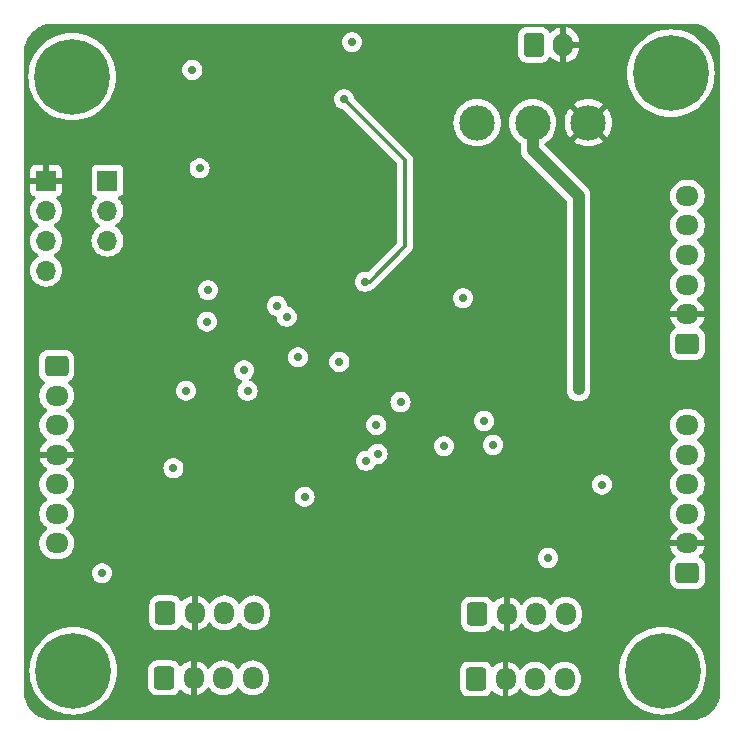
<source format=gbr>
%TF.GenerationSoftware,KiCad,Pcbnew,8.0.5*%
%TF.CreationDate,2024-09-20T22:50:29+02:00*%
%TF.ProjectId,ESE_AL8,4553455f-414c-4382-9e6b-696361645f70,rev?*%
%TF.SameCoordinates,Original*%
%TF.FileFunction,Copper,L2,Inr*%
%TF.FilePolarity,Positive*%
%FSLAX46Y46*%
G04 Gerber Fmt 4.6, Leading zero omitted, Abs format (unit mm)*
G04 Created by KiCad (PCBNEW 8.0.5) date 2024-09-20 22:50:29*
%MOMM*%
%LPD*%
G01*
G04 APERTURE LIST*
G04 Aperture macros list*
%AMRoundRect*
0 Rectangle with rounded corners*
0 $1 Rounding radius*
0 $2 $3 $4 $5 $6 $7 $8 $9 X,Y pos of 4 corners*
0 Add a 4 corners polygon primitive as box body*
4,1,4,$2,$3,$4,$5,$6,$7,$8,$9,$2,$3,0*
0 Add four circle primitives for the rounded corners*
1,1,$1+$1,$2,$3*
1,1,$1+$1,$4,$5*
1,1,$1+$1,$6,$7*
1,1,$1+$1,$8,$9*
0 Add four rect primitives between the rounded corners*
20,1,$1+$1,$2,$3,$4,$5,0*
20,1,$1+$1,$4,$5,$6,$7,0*
20,1,$1+$1,$6,$7,$8,$9,0*
20,1,$1+$1,$8,$9,$2,$3,0*%
G04 Aperture macros list end*
%TA.AperFunction,ComponentPad*%
%ADD10R,1.700000X1.700000*%
%TD*%
%TA.AperFunction,ComponentPad*%
%ADD11O,1.700000X1.700000*%
%TD*%
%TA.AperFunction,ComponentPad*%
%ADD12RoundRect,0.250000X0.725000X-0.600000X0.725000X0.600000X-0.725000X0.600000X-0.725000X-0.600000X0*%
%TD*%
%TA.AperFunction,ComponentPad*%
%ADD13O,1.950000X1.700000*%
%TD*%
%TA.AperFunction,ComponentPad*%
%ADD14C,0.800000*%
%TD*%
%TA.AperFunction,ComponentPad*%
%ADD15C,6.400000*%
%TD*%
%TA.AperFunction,ComponentPad*%
%ADD16RoundRect,0.250000X-0.600000X-0.750000X0.600000X-0.750000X0.600000X0.750000X-0.600000X0.750000X0*%
%TD*%
%TA.AperFunction,ComponentPad*%
%ADD17O,1.700000X2.000000*%
%TD*%
%TA.AperFunction,ComponentPad*%
%ADD18RoundRect,0.250000X-0.725000X0.600000X-0.725000X-0.600000X0.725000X-0.600000X0.725000X0.600000X0*%
%TD*%
%TA.AperFunction,ComponentPad*%
%ADD19RoundRect,0.250000X-0.600000X-0.725000X0.600000X-0.725000X0.600000X0.725000X-0.600000X0.725000X0*%
%TD*%
%TA.AperFunction,ComponentPad*%
%ADD20O,1.700000X1.950000*%
%TD*%
%TA.AperFunction,ComponentPad*%
%ADD21O,3.000000X3.000000*%
%TD*%
%TA.AperFunction,ViaPad*%
%ADD22C,0.700000*%
%TD*%
%TA.AperFunction,Conductor*%
%ADD23C,0.300000*%
%TD*%
%TA.AperFunction,Conductor*%
%ADD24C,1.000000*%
%TD*%
G04 APERTURE END LIST*
D10*
%TO.N,GND*%
%TO.C,J102*%
X142400000Y-73800000D03*
D11*
%TO.N,+5V*%
X142400000Y-76340000D03*
%TO.N,SDA_ACCELERO*%
X142400000Y-78880000D03*
%TO.N,SCL_ACCELERO*%
X142400000Y-81420000D03*
%TD*%
D10*
%TO.N,GPIO1*%
%TO.C,J101*%
X147600000Y-73800000D03*
D11*
%TO.N,GPIO2*%
X147600000Y-76340000D03*
%TO.N,GPIO3*%
X147600000Y-78880000D03*
%TD*%
D12*
%TO.N,MOTEUR1-*%
%TO.C,J202*%
X196700000Y-87600000D03*
D13*
%TO.N,GND*%
X196700000Y-85100000D03*
%TO.N,PHASE_A1*%
X196700000Y-82600000D03*
%TO.N,PHASE_B1*%
X196700000Y-80100000D03*
%TO.N,+3.3V*%
X196700000Y-77600000D03*
%TO.N,MOTEUR1+*%
X196700000Y-75100000D03*
%TD*%
D14*
%TO.N,N/C*%
%TO.C,H104*%
X192200000Y-115302900D03*
X192902944Y-113605844D03*
X192902944Y-116999956D03*
X194600000Y-112902900D03*
D15*
X194600000Y-115302900D03*
D14*
X194600000Y-117702900D03*
X196297056Y-113605844D03*
X196297056Y-116999956D03*
X197000000Y-115302900D03*
%TD*%
D16*
%TO.N,+7.2V*%
%TO.C,J301*%
X183700000Y-62300000D03*
D17*
%TO.N,GND*%
X186200000Y-62300000D03*
%TD*%
D18*
%TO.N,+5V*%
%TO.C,J204*%
X143300000Y-89500000D03*
D13*
%TO.N,TX_LIDAR*%
X143300000Y-92000000D03*
%TO.N,RX_LIDAR*%
X143300000Y-94500000D03*
%TO.N,GND*%
X143300000Y-97000000D03*
%TO.N,M_EN_LIDAR*%
X143300000Y-99500000D03*
%TO.N,DEV_EN_LIDAR*%
X143300000Y-102000000D03*
%TO.N,M_SCTR_LIDAR*%
X143300000Y-104500000D03*
%TD*%
D14*
%TO.N,N/C*%
%TO.C,H102*%
X192902900Y-64697100D03*
X193605844Y-63000044D03*
X193605844Y-66394156D03*
X195302900Y-62297100D03*
D15*
X195302900Y-64697100D03*
D14*
X195302900Y-67097100D03*
X196999956Y-63000044D03*
X196999956Y-66394156D03*
X197702900Y-64697100D03*
%TD*%
D12*
%TO.N,MOTEUR2-*%
%TO.C,J203*%
X196700000Y-107000000D03*
D13*
%TO.N,GND*%
X196700000Y-104500000D03*
%TO.N,PHASE_A2*%
X196700000Y-102000000D03*
%TO.N,PHASE_B2*%
X196700000Y-99500000D03*
%TO.N,+3.3V*%
X196700000Y-97000000D03*
%TO.N,MOTEUR2+*%
X196700000Y-94500000D03*
%TD*%
D14*
%TO.N,N/C*%
%TO.C,H101*%
X142200000Y-65000000D03*
X142902944Y-63302944D03*
X142902944Y-66697056D03*
X144600000Y-62600000D03*
D15*
X144600000Y-65000000D03*
D14*
X144600000Y-67400000D03*
X146297056Y-63302944D03*
X146297056Y-66697056D03*
X147000000Y-65000000D03*
%TD*%
%TO.N,N/C*%
%TO.C,H103*%
X142297100Y-115302900D03*
X143000044Y-113605844D03*
X143000044Y-116999956D03*
X144697100Y-112902900D03*
D15*
X144697100Y-115302900D03*
D14*
X144697100Y-117702900D03*
X146394156Y-113605844D03*
X146394156Y-116999956D03*
X147097100Y-115302900D03*
%TD*%
D19*
%TO.N,+3.3V*%
%TO.C,J206*%
X178900000Y-110500000D03*
D20*
%TO.N,GND*%
X181400000Y-110500000D03*
%TO.N,CB_OUT2*%
X183900000Y-110500000D03*
%TO.N,CB_IN*%
X186400000Y-110500000D03*
%TD*%
D19*
%TO.N,+3.3V*%
%TO.C,J205*%
X152500000Y-110400000D03*
D20*
%TO.N,GND*%
X155000000Y-110400000D03*
%TO.N,CB_OUT1*%
X157500000Y-110400000D03*
%TO.N,CB_IN*%
X160000000Y-110400000D03*
%TD*%
D19*
%TO.N,+3.3V*%
%TO.C,J208*%
X178800000Y-116000000D03*
D20*
%TO.N,GND*%
X181300000Y-116000000D03*
%TO.N,CB_OUT4*%
X183800000Y-116000000D03*
%TO.N,CB_IN*%
X186300000Y-116000000D03*
%TD*%
D19*
%TO.N,+3.3V*%
%TO.C,J207*%
X152400000Y-115900000D03*
D20*
%TO.N,GND*%
X154900000Y-115900000D03*
%TO.N,CB_OUT3*%
X157400000Y-115900000D03*
%TO.N,CB_IN*%
X159900000Y-115900000D03*
%TD*%
D21*
%TO.N,+7.2V*%
%TO.C,SW301*%
X178900000Y-68900000D03*
%TO.N,VIN*%
X183600000Y-68900000D03*
%TO.N,GND*%
X188300000Y-68900000D03*
%TD*%
D22*
%TO.N,GND*%
X160220000Y-72970000D03*
X163680000Y-90460000D03*
X155380000Y-89040000D03*
X182620000Y-87980000D03*
X191670000Y-109400000D03*
X172320000Y-88800000D03*
%TO.N,RX_LIDAR*%
X147120000Y-107050000D03*
%TO.N,GND*%
X170100000Y-106710000D03*
X159710000Y-105460000D03*
X179620000Y-77040000D03*
X169160000Y-74210000D03*
X153750000Y-67440000D03*
%TO.N,PHASE_B2*%
X189490000Y-99530000D03*
X170360000Y-94490000D03*
%TO.N,GND*%
X159450000Y-97137500D03*
%TO.N,M_SCTR_LIDAR*%
X169480000Y-97520000D03*
%TO.N,FWD2*%
X180260000Y-96180000D03*
X176100000Y-96280000D03*
%TO.N,INT1_ACCELERO*%
X159160000Y-89860000D03*
X172410300Y-92547000D03*
%TO.N,SCL_ACCELERO*%
X163750000Y-88770000D03*
X156023000Y-85733200D03*
%TO.N,SDA_ACCELERO*%
X161960000Y-84400000D03*
X156100000Y-83080000D03*
%TO.N,PHASE_A2*%
X170470000Y-96940000D03*
%TO.N,PHASE_B1*%
X159460000Y-91600000D03*
%TO.N,PHASE_A1*%
X179490000Y-94150000D03*
%TO.N,+5V*%
X167640000Y-66900000D03*
X169396500Y-82365500D03*
%TO.N,VIN*%
X184900000Y-105750000D03*
X187480000Y-91480000D03*
%TO.N,NRST*%
X155400000Y-72760000D03*
X153180000Y-98150000D03*
%TO.N,+3.3V*%
X164290000Y-100550000D03*
X168310000Y-62080000D03*
X154780000Y-64430000D03*
X167233000Y-89155000D03*
X177714700Y-83756800D03*
X162768500Y-85328500D03*
X154249700Y-91586900D03*
%TD*%
D23*
%TO.N,+5V*%
X169784500Y-82365500D02*
X169396500Y-82365500D01*
X172800000Y-72060000D02*
X172800000Y-79350000D01*
X172800000Y-79350000D02*
X169784500Y-82365500D01*
X167640000Y-66900000D02*
X172800000Y-72060000D01*
D24*
%TO.N,VIN*%
X187480000Y-75081700D02*
X183600000Y-71201700D01*
X187480000Y-91480000D02*
X187480000Y-75081700D01*
X183600000Y-68900000D02*
X183600000Y-71201700D01*
%TD*%
%TA.AperFunction,Conductor*%
%TO.N,GND*%
G36*
X197003736Y-60500726D02*
G01*
X197293796Y-60518271D01*
X197308659Y-60520076D01*
X197590798Y-60571780D01*
X197605335Y-60575363D01*
X197879172Y-60660695D01*
X197893163Y-60666000D01*
X198154743Y-60783727D01*
X198167989Y-60790680D01*
X198413465Y-60939075D01*
X198425776Y-60947573D01*
X198646211Y-61120272D01*
X198651573Y-61124473D01*
X198662781Y-61134403D01*
X198865596Y-61337218D01*
X198875526Y-61348426D01*
X198896657Y-61375398D01*
X198995481Y-61501538D01*
X199052422Y-61574217D01*
X199060926Y-61586537D01*
X199129048Y-61699224D01*
X199209316Y-61832004D01*
X199216275Y-61845263D01*
X199333997Y-62106831D01*
X199339306Y-62120832D01*
X199424635Y-62394663D01*
X199428219Y-62409201D01*
X199479923Y-62691340D01*
X199481728Y-62706205D01*
X199499274Y-62996263D01*
X199499500Y-63003750D01*
X199499500Y-116996249D01*
X199499274Y-117003736D01*
X199481728Y-117293794D01*
X199479923Y-117308659D01*
X199428219Y-117590798D01*
X199424635Y-117605336D01*
X199339306Y-117879167D01*
X199333997Y-117893168D01*
X199216275Y-118154736D01*
X199209316Y-118167995D01*
X199060928Y-118413459D01*
X199052422Y-118425782D01*
X198875526Y-118651573D01*
X198865596Y-118662781D01*
X198662781Y-118865596D01*
X198651573Y-118875526D01*
X198425782Y-119052422D01*
X198413459Y-119060928D01*
X198167995Y-119209316D01*
X198154736Y-119216275D01*
X197893168Y-119333997D01*
X197879167Y-119339306D01*
X197605336Y-119424635D01*
X197590798Y-119428219D01*
X197308659Y-119479923D01*
X197293794Y-119481728D01*
X197003736Y-119499274D01*
X196996249Y-119499500D01*
X143003751Y-119499500D01*
X142996264Y-119499274D01*
X142706205Y-119481728D01*
X142691340Y-119479923D01*
X142409201Y-119428219D01*
X142394663Y-119424635D01*
X142120832Y-119339306D01*
X142106831Y-119333997D01*
X141845263Y-119216275D01*
X141832004Y-119209316D01*
X141586540Y-119060928D01*
X141574217Y-119052422D01*
X141348426Y-118875526D01*
X141337218Y-118865596D01*
X141134403Y-118662781D01*
X141124473Y-118651573D01*
X141015142Y-118512022D01*
X140947573Y-118425776D01*
X140939075Y-118413465D01*
X140790680Y-118167989D01*
X140783727Y-118154743D01*
X140666000Y-117893163D01*
X140660693Y-117879167D01*
X140575364Y-117605336D01*
X140571780Y-117590798D01*
X140526231Y-117342246D01*
X140520075Y-117308657D01*
X140518271Y-117293794D01*
X140517200Y-117276095D01*
X140500790Y-117004790D01*
X140500726Y-117003736D01*
X140500500Y-116996249D01*
X140500500Y-115302899D01*
X140991522Y-115302899D01*
X140991522Y-115302900D01*
X141011822Y-115690239D01*
X141016006Y-115716657D01*
X141072498Y-116073333D01*
X141154694Y-116380095D01*
X141172888Y-116447994D01*
X141311887Y-116810097D01*
X141487977Y-117155693D01*
X141699222Y-117480982D01*
X141794119Y-117598170D01*
X141943319Y-117782416D01*
X142217584Y-118056681D01*
X142355045Y-118167995D01*
X142519017Y-118300777D01*
X142844306Y-118512022D01*
X142844311Y-118512025D01*
X143189906Y-118688114D01*
X143552013Y-118827114D01*
X143926667Y-118927502D01*
X144309762Y-118988178D01*
X144675676Y-119007355D01*
X144697099Y-119008478D01*
X144697100Y-119008478D01*
X144697101Y-119008478D01*
X144717401Y-119007414D01*
X145084438Y-118988178D01*
X145467533Y-118927502D01*
X145842187Y-118827114D01*
X146204294Y-118688114D01*
X146549889Y-118512025D01*
X146875184Y-118300776D01*
X147176616Y-118056681D01*
X147450881Y-117782416D01*
X147694976Y-117480984D01*
X147906225Y-117155689D01*
X148082314Y-116810094D01*
X148221314Y-116447987D01*
X148321702Y-116073333D01*
X148382378Y-115690238D01*
X148402678Y-115302900D01*
X148393354Y-115124983D01*
X151049500Y-115124983D01*
X151049500Y-116675001D01*
X151049501Y-116675018D01*
X151060000Y-116777796D01*
X151060001Y-116777799D01*
X151080681Y-116840206D01*
X151115186Y-116944334D01*
X151207288Y-117093656D01*
X151331344Y-117217712D01*
X151480666Y-117309814D01*
X151647203Y-117364999D01*
X151749991Y-117375500D01*
X153050008Y-117375499D01*
X153152797Y-117364999D01*
X153319334Y-117309814D01*
X153468656Y-117217712D01*
X153592712Y-117093656D01*
X153684814Y-116944334D01*
X153684814Y-116944331D01*
X153688448Y-116938441D01*
X153740395Y-116891716D01*
X153809358Y-116880493D01*
X153873440Y-116908336D01*
X153881668Y-116915856D01*
X154020535Y-117054723D01*
X154020540Y-117054727D01*
X154192442Y-117179620D01*
X154381782Y-117276095D01*
X154583871Y-117341757D01*
X154650000Y-117352231D01*
X154650000Y-116304145D01*
X154716657Y-116342630D01*
X154837465Y-116375000D01*
X154962535Y-116375000D01*
X155083343Y-116342630D01*
X155150000Y-116304145D01*
X155150000Y-117352230D01*
X155216126Y-117341757D01*
X155216129Y-117341757D01*
X155418217Y-117276095D01*
X155607557Y-117179620D01*
X155779459Y-117054727D01*
X155779464Y-117054723D01*
X155929721Y-116904466D01*
X156049371Y-116739781D01*
X156104701Y-116697115D01*
X156174314Y-116691136D01*
X156236110Y-116723741D01*
X156250008Y-116739781D01*
X156369890Y-116904785D01*
X156369894Y-116904790D01*
X156520213Y-117055109D01*
X156692179Y-117180048D01*
X156692181Y-117180049D01*
X156692184Y-117180051D01*
X156881588Y-117276557D01*
X157083757Y-117342246D01*
X157293713Y-117375500D01*
X157293714Y-117375500D01*
X157506286Y-117375500D01*
X157506287Y-117375500D01*
X157716243Y-117342246D01*
X157918412Y-117276557D01*
X158107816Y-117180051D01*
X158142677Y-117154723D01*
X158279786Y-117055109D01*
X158279788Y-117055106D01*
X158279792Y-117055104D01*
X158430104Y-116904792D01*
X158549683Y-116740204D01*
X158605011Y-116697540D01*
X158674624Y-116691561D01*
X158736420Y-116724166D01*
X158750313Y-116740199D01*
X158850283Y-116877797D01*
X158869896Y-116904792D01*
X159020213Y-117055109D01*
X159192179Y-117180048D01*
X159192181Y-117180049D01*
X159192184Y-117180051D01*
X159381588Y-117276557D01*
X159583757Y-117342246D01*
X159793713Y-117375500D01*
X159793714Y-117375500D01*
X160006286Y-117375500D01*
X160006287Y-117375500D01*
X160216243Y-117342246D01*
X160418412Y-117276557D01*
X160607816Y-117180051D01*
X160642677Y-117154723D01*
X160779786Y-117055109D01*
X160779788Y-117055106D01*
X160779792Y-117055104D01*
X160930104Y-116904792D01*
X160930106Y-116904788D01*
X160930109Y-116904786D01*
X161055048Y-116732820D01*
X161055047Y-116732820D01*
X161055051Y-116732816D01*
X161151557Y-116543412D01*
X161217246Y-116341243D01*
X161250500Y-116131287D01*
X161250500Y-115668713D01*
X161217246Y-115458757D01*
X161151557Y-115256588D01*
X161135453Y-115224983D01*
X177449500Y-115224983D01*
X177449500Y-116775001D01*
X177449501Y-116775018D01*
X177460000Y-116877796D01*
X177460001Y-116877799D01*
X177494031Y-116980493D01*
X177515186Y-117044334D01*
X177607288Y-117193656D01*
X177731344Y-117317712D01*
X177880666Y-117409814D01*
X178047203Y-117464999D01*
X178149991Y-117475500D01*
X179450008Y-117475499D01*
X179552797Y-117464999D01*
X179719334Y-117409814D01*
X179868656Y-117317712D01*
X179992712Y-117193656D01*
X180084814Y-117044334D01*
X180084814Y-117044331D01*
X180088448Y-117038441D01*
X180140395Y-116991716D01*
X180209358Y-116980493D01*
X180273440Y-117008336D01*
X180281668Y-117015856D01*
X180420535Y-117154723D01*
X180420540Y-117154727D01*
X180592442Y-117279620D01*
X180781782Y-117376095D01*
X180983871Y-117441757D01*
X181050000Y-117452231D01*
X181050000Y-116404145D01*
X181116657Y-116442630D01*
X181237465Y-116475000D01*
X181362535Y-116475000D01*
X181483343Y-116442630D01*
X181550000Y-116404145D01*
X181550000Y-117452230D01*
X181616126Y-117441757D01*
X181616129Y-117441757D01*
X181818217Y-117376095D01*
X182007557Y-117279620D01*
X182179459Y-117154727D01*
X182179464Y-117154723D01*
X182329721Y-117004466D01*
X182449371Y-116839781D01*
X182504701Y-116797115D01*
X182574314Y-116791136D01*
X182636110Y-116823741D01*
X182650008Y-116839781D01*
X182769890Y-117004785D01*
X182769894Y-117004790D01*
X182920213Y-117155109D01*
X183092179Y-117280048D01*
X183092181Y-117280049D01*
X183092184Y-117280051D01*
X183281588Y-117376557D01*
X183483757Y-117442246D01*
X183693713Y-117475500D01*
X183693714Y-117475500D01*
X183906286Y-117475500D01*
X183906287Y-117475500D01*
X184116243Y-117442246D01*
X184318412Y-117376557D01*
X184507816Y-117280051D01*
X184593622Y-117217710D01*
X184679786Y-117155109D01*
X184679788Y-117155106D01*
X184679792Y-117155104D01*
X184830104Y-117004792D01*
X184949683Y-116840204D01*
X185005011Y-116797540D01*
X185074624Y-116791561D01*
X185136420Y-116824166D01*
X185150313Y-116840199D01*
X185252242Y-116980493D01*
X185269896Y-117004792D01*
X185420213Y-117155109D01*
X185592179Y-117280048D01*
X185592181Y-117280049D01*
X185592184Y-117280051D01*
X185781588Y-117376557D01*
X185983757Y-117442246D01*
X186193713Y-117475500D01*
X186193714Y-117475500D01*
X186406286Y-117475500D01*
X186406287Y-117475500D01*
X186616243Y-117442246D01*
X186818412Y-117376557D01*
X187007816Y-117280051D01*
X187093622Y-117217710D01*
X187179786Y-117155109D01*
X187179788Y-117155106D01*
X187179792Y-117155104D01*
X187330104Y-117004792D01*
X187330106Y-117004788D01*
X187330109Y-117004786D01*
X187455048Y-116832820D01*
X187455047Y-116832820D01*
X187455051Y-116832816D01*
X187551557Y-116643412D01*
X187617246Y-116441243D01*
X187650500Y-116231287D01*
X187650500Y-115768713D01*
X187617246Y-115558757D01*
X187551557Y-115356588D01*
X187524201Y-115302899D01*
X190894422Y-115302899D01*
X190894422Y-115302900D01*
X190914722Y-115690239D01*
X190918906Y-115716657D01*
X190975398Y-116073333D01*
X191057594Y-116380095D01*
X191075788Y-116447994D01*
X191214787Y-116810097D01*
X191390877Y-117155693D01*
X191602122Y-117480982D01*
X191697019Y-117598170D01*
X191846219Y-117782416D01*
X192120484Y-118056681D01*
X192257945Y-118167995D01*
X192421917Y-118300777D01*
X192747206Y-118512022D01*
X192747211Y-118512025D01*
X193092806Y-118688114D01*
X193454913Y-118827114D01*
X193829567Y-118927502D01*
X194212662Y-118988178D01*
X194578576Y-119007355D01*
X194599999Y-119008478D01*
X194600000Y-119008478D01*
X194600001Y-119008478D01*
X194620301Y-119007414D01*
X194987338Y-118988178D01*
X195370433Y-118927502D01*
X195745087Y-118827114D01*
X196107194Y-118688114D01*
X196452789Y-118512025D01*
X196778084Y-118300776D01*
X197079516Y-118056681D01*
X197353781Y-117782416D01*
X197597876Y-117480984D01*
X197809125Y-117155689D01*
X197985214Y-116810094D01*
X198124214Y-116447987D01*
X198224602Y-116073333D01*
X198285278Y-115690238D01*
X198305578Y-115302900D01*
X198285278Y-114915562D01*
X198224602Y-114532467D01*
X198124214Y-114157813D01*
X197985214Y-113795706D01*
X197809125Y-113450111D01*
X197597876Y-113124816D01*
X197353781Y-112823384D01*
X197079516Y-112549119D01*
X196778084Y-112305024D01*
X196778082Y-112305022D01*
X196452793Y-112093777D01*
X196107197Y-111917687D01*
X195745094Y-111778688D01*
X195737141Y-111776557D01*
X195370433Y-111678298D01*
X195370429Y-111678297D01*
X195370428Y-111678297D01*
X194987339Y-111617622D01*
X194600001Y-111597322D01*
X194599999Y-111597322D01*
X194212660Y-111617622D01*
X193829572Y-111678297D01*
X193829570Y-111678297D01*
X193454905Y-111778688D01*
X193092802Y-111917687D01*
X192747206Y-112093777D01*
X192421917Y-112305022D01*
X192120488Y-112549115D01*
X192120480Y-112549122D01*
X191846222Y-112823380D01*
X191846215Y-112823388D01*
X191602122Y-113124817D01*
X191390877Y-113450106D01*
X191214787Y-113795702D01*
X191075788Y-114157805D01*
X190975397Y-114532470D01*
X190975397Y-114532472D01*
X190914722Y-114915560D01*
X190894422Y-115302899D01*
X187524201Y-115302899D01*
X187455051Y-115167184D01*
X187455049Y-115167181D01*
X187455048Y-115167179D01*
X187330109Y-114995213D01*
X187179786Y-114844890D01*
X187007820Y-114719951D01*
X186818414Y-114623444D01*
X186818413Y-114623443D01*
X186818412Y-114623443D01*
X186616243Y-114557754D01*
X186616241Y-114557753D01*
X186616240Y-114557753D01*
X186454957Y-114532208D01*
X186406287Y-114524500D01*
X186193713Y-114524500D01*
X186145042Y-114532208D01*
X185983760Y-114557753D01*
X185781585Y-114623444D01*
X185592179Y-114719951D01*
X185420213Y-114844890D01*
X185269894Y-114995209D01*
X185269890Y-114995214D01*
X185150318Y-115159793D01*
X185094989Y-115202459D01*
X185025375Y-115208438D01*
X184963580Y-115175833D01*
X184949682Y-115159793D01*
X184830109Y-114995214D01*
X184830105Y-114995209D01*
X184679786Y-114844890D01*
X184507820Y-114719951D01*
X184318414Y-114623444D01*
X184318413Y-114623443D01*
X184318412Y-114623443D01*
X184116243Y-114557754D01*
X184116241Y-114557753D01*
X184116240Y-114557753D01*
X183954957Y-114532208D01*
X183906287Y-114524500D01*
X183693713Y-114524500D01*
X183645042Y-114532208D01*
X183483760Y-114557753D01*
X183281585Y-114623444D01*
X183092179Y-114719951D01*
X182920213Y-114844890D01*
X182769894Y-114995209D01*
X182769890Y-114995214D01*
X182650008Y-115160218D01*
X182594678Y-115202884D01*
X182525065Y-115208863D01*
X182463270Y-115176257D01*
X182449372Y-115160218D01*
X182329727Y-114995540D01*
X182329723Y-114995535D01*
X182179464Y-114845276D01*
X182179459Y-114845272D01*
X182007557Y-114720379D01*
X181818215Y-114623903D01*
X181616124Y-114558241D01*
X181550000Y-114547768D01*
X181550000Y-115595854D01*
X181483343Y-115557370D01*
X181362535Y-115525000D01*
X181237465Y-115525000D01*
X181116657Y-115557370D01*
X181050000Y-115595854D01*
X181050000Y-114547768D01*
X181049999Y-114547768D01*
X180983875Y-114558241D01*
X180781784Y-114623903D01*
X180592442Y-114720379D01*
X180420541Y-114845271D01*
X180281668Y-114984144D01*
X180220345Y-115017628D01*
X180150653Y-115012644D01*
X180094720Y-114970772D01*
X180088448Y-114961558D01*
X180060076Y-114915560D01*
X179992712Y-114806344D01*
X179868656Y-114682288D01*
X179719334Y-114590186D01*
X179552797Y-114535001D01*
X179552795Y-114535000D01*
X179450010Y-114524500D01*
X178149998Y-114524500D01*
X178149981Y-114524501D01*
X178047203Y-114535000D01*
X178047200Y-114535001D01*
X177880668Y-114590185D01*
X177880663Y-114590187D01*
X177731342Y-114682289D01*
X177607289Y-114806342D01*
X177515187Y-114955663D01*
X177515185Y-114955668D01*
X177510180Y-114970772D01*
X177460001Y-115122203D01*
X177460001Y-115122204D01*
X177460000Y-115122204D01*
X177449500Y-115224983D01*
X161135453Y-115224983D01*
X161055051Y-115067184D01*
X161055049Y-115067181D01*
X161055048Y-115067179D01*
X160930109Y-114895213D01*
X160779786Y-114744890D01*
X160607820Y-114619951D01*
X160418414Y-114523444D01*
X160418413Y-114523443D01*
X160418412Y-114523443D01*
X160216243Y-114457754D01*
X160216241Y-114457753D01*
X160216240Y-114457753D01*
X160054957Y-114432208D01*
X160006287Y-114424500D01*
X159793713Y-114424500D01*
X159745042Y-114432208D01*
X159583760Y-114457753D01*
X159381585Y-114523444D01*
X159192179Y-114619951D01*
X159020213Y-114744890D01*
X158869894Y-114895209D01*
X158869890Y-114895214D01*
X158750318Y-115059793D01*
X158694989Y-115102459D01*
X158625375Y-115108438D01*
X158563580Y-115075833D01*
X158549682Y-115059793D01*
X158430109Y-114895214D01*
X158430105Y-114895209D01*
X158279786Y-114744890D01*
X158107820Y-114619951D01*
X157918414Y-114523444D01*
X157918413Y-114523443D01*
X157918412Y-114523443D01*
X157716243Y-114457754D01*
X157716241Y-114457753D01*
X157716240Y-114457753D01*
X157554957Y-114432208D01*
X157506287Y-114424500D01*
X157293713Y-114424500D01*
X157245042Y-114432208D01*
X157083760Y-114457753D01*
X156881585Y-114523444D01*
X156692179Y-114619951D01*
X156520213Y-114744890D01*
X156369894Y-114895209D01*
X156369890Y-114895214D01*
X156250008Y-115060218D01*
X156194678Y-115102884D01*
X156125065Y-115108863D01*
X156063270Y-115076257D01*
X156049372Y-115060218D01*
X155929727Y-114895540D01*
X155929723Y-114895535D01*
X155779464Y-114745276D01*
X155779459Y-114745272D01*
X155607557Y-114620379D01*
X155418215Y-114523903D01*
X155216124Y-114458241D01*
X155150000Y-114447768D01*
X155150000Y-115495854D01*
X155083343Y-115457370D01*
X154962535Y-115425000D01*
X154837465Y-115425000D01*
X154716657Y-115457370D01*
X154650000Y-115495854D01*
X154650000Y-114447768D01*
X154649999Y-114447768D01*
X154583875Y-114458241D01*
X154381784Y-114523903D01*
X154192442Y-114620379D01*
X154020541Y-114745271D01*
X153881668Y-114884144D01*
X153820345Y-114917628D01*
X153750653Y-114912644D01*
X153694720Y-114870772D01*
X153688448Y-114861558D01*
X153592712Y-114706344D01*
X153468657Y-114582289D01*
X153468656Y-114582288D01*
X153319334Y-114490186D01*
X153152797Y-114435001D01*
X153152795Y-114435000D01*
X153050010Y-114424500D01*
X151749998Y-114424500D01*
X151749981Y-114424501D01*
X151647203Y-114435000D01*
X151647200Y-114435001D01*
X151480668Y-114490185D01*
X151480663Y-114490187D01*
X151331342Y-114582289D01*
X151207289Y-114706342D01*
X151115187Y-114855663D01*
X151115185Y-114855668D01*
X151110180Y-114870772D01*
X151060001Y-115022203D01*
X151060001Y-115022204D01*
X151060000Y-115022204D01*
X151049500Y-115124983D01*
X148393354Y-115124983D01*
X148382378Y-114915562D01*
X148321702Y-114532467D01*
X148221314Y-114157813D01*
X148082314Y-113795706D01*
X147906225Y-113450111D01*
X147694976Y-113124816D01*
X147450881Y-112823384D01*
X147176616Y-112549119D01*
X146875184Y-112305024D01*
X146875182Y-112305022D01*
X146549893Y-112093777D01*
X146204297Y-111917687D01*
X145842194Y-111778688D01*
X145834241Y-111776557D01*
X145467533Y-111678298D01*
X145467529Y-111678297D01*
X145467528Y-111678297D01*
X145084439Y-111617622D01*
X144697101Y-111597322D01*
X144697099Y-111597322D01*
X144309760Y-111617622D01*
X143926672Y-111678297D01*
X143926670Y-111678297D01*
X143552005Y-111778688D01*
X143189902Y-111917687D01*
X142844306Y-112093777D01*
X142519017Y-112305022D01*
X142217588Y-112549115D01*
X142217580Y-112549122D01*
X141943322Y-112823380D01*
X141943315Y-112823388D01*
X141699222Y-113124817D01*
X141487977Y-113450106D01*
X141311887Y-113795702D01*
X141172888Y-114157805D01*
X141072497Y-114532470D01*
X141072497Y-114532472D01*
X141011822Y-114915560D01*
X140991522Y-115302899D01*
X140500500Y-115302899D01*
X140500500Y-109624983D01*
X151149500Y-109624983D01*
X151149500Y-111175001D01*
X151149501Y-111175018D01*
X151160000Y-111277796D01*
X151160001Y-111277799D01*
X151180681Y-111340206D01*
X151215186Y-111444334D01*
X151307288Y-111593656D01*
X151431344Y-111717712D01*
X151580666Y-111809814D01*
X151747203Y-111864999D01*
X151849991Y-111875500D01*
X153150008Y-111875499D01*
X153252797Y-111864999D01*
X153419334Y-111809814D01*
X153568656Y-111717712D01*
X153692712Y-111593656D01*
X153784814Y-111444334D01*
X153784814Y-111444331D01*
X153788448Y-111438441D01*
X153840395Y-111391716D01*
X153909358Y-111380493D01*
X153973440Y-111408336D01*
X153981668Y-111415856D01*
X154120535Y-111554723D01*
X154120540Y-111554727D01*
X154292442Y-111679620D01*
X154481782Y-111776095D01*
X154683871Y-111841757D01*
X154750000Y-111852231D01*
X154750000Y-110804145D01*
X154816657Y-110842630D01*
X154937465Y-110875000D01*
X155062535Y-110875000D01*
X155183343Y-110842630D01*
X155250000Y-110804145D01*
X155250000Y-111852230D01*
X155316126Y-111841757D01*
X155316129Y-111841757D01*
X155518217Y-111776095D01*
X155707557Y-111679620D01*
X155879459Y-111554727D01*
X155879464Y-111554723D01*
X156029721Y-111404466D01*
X156149371Y-111239781D01*
X156204701Y-111197115D01*
X156274314Y-111191136D01*
X156336110Y-111223741D01*
X156350008Y-111239781D01*
X156469890Y-111404785D01*
X156469894Y-111404790D01*
X156620213Y-111555109D01*
X156792179Y-111680048D01*
X156792181Y-111680049D01*
X156792184Y-111680051D01*
X156981588Y-111776557D01*
X157183757Y-111842246D01*
X157393713Y-111875500D01*
X157393714Y-111875500D01*
X157606286Y-111875500D01*
X157606287Y-111875500D01*
X157816243Y-111842246D01*
X158018412Y-111776557D01*
X158207816Y-111680051D01*
X158293743Y-111617622D01*
X158379786Y-111555109D01*
X158379788Y-111555106D01*
X158379792Y-111555104D01*
X158530104Y-111404792D01*
X158649683Y-111240204D01*
X158705011Y-111197540D01*
X158774624Y-111191561D01*
X158836420Y-111224166D01*
X158850313Y-111240199D01*
X158950283Y-111377797D01*
X158969896Y-111404792D01*
X159120213Y-111555109D01*
X159292179Y-111680048D01*
X159292181Y-111680049D01*
X159292184Y-111680051D01*
X159481588Y-111776557D01*
X159683757Y-111842246D01*
X159893713Y-111875500D01*
X159893714Y-111875500D01*
X160106286Y-111875500D01*
X160106287Y-111875500D01*
X160316243Y-111842246D01*
X160518412Y-111776557D01*
X160707816Y-111680051D01*
X160793743Y-111617622D01*
X160879786Y-111555109D01*
X160879788Y-111555106D01*
X160879792Y-111555104D01*
X161030104Y-111404792D01*
X161030106Y-111404788D01*
X161030109Y-111404786D01*
X161155048Y-111232820D01*
X161155047Y-111232820D01*
X161155051Y-111232816D01*
X161251557Y-111043412D01*
X161317246Y-110841243D01*
X161350500Y-110631287D01*
X161350500Y-110168713D01*
X161317246Y-109958757D01*
X161251557Y-109756588D01*
X161235453Y-109724983D01*
X177549500Y-109724983D01*
X177549500Y-111275001D01*
X177549501Y-111275018D01*
X177560000Y-111377796D01*
X177560001Y-111377799D01*
X177594031Y-111480493D01*
X177615186Y-111544334D01*
X177707288Y-111693656D01*
X177831344Y-111817712D01*
X177980666Y-111909814D01*
X178147203Y-111964999D01*
X178249991Y-111975500D01*
X179550008Y-111975499D01*
X179652797Y-111964999D01*
X179819334Y-111909814D01*
X179968656Y-111817712D01*
X180092712Y-111693656D01*
X180184814Y-111544334D01*
X180184814Y-111544331D01*
X180188448Y-111538441D01*
X180240395Y-111491716D01*
X180309358Y-111480493D01*
X180373440Y-111508336D01*
X180381668Y-111515856D01*
X180520535Y-111654723D01*
X180520540Y-111654727D01*
X180692442Y-111779620D01*
X180881782Y-111876095D01*
X181083871Y-111941757D01*
X181150000Y-111952231D01*
X181150000Y-110904145D01*
X181216657Y-110942630D01*
X181337465Y-110975000D01*
X181462535Y-110975000D01*
X181583343Y-110942630D01*
X181650000Y-110904145D01*
X181650000Y-111952230D01*
X181716126Y-111941757D01*
X181716129Y-111941757D01*
X181918217Y-111876095D01*
X182107557Y-111779620D01*
X182279459Y-111654727D01*
X182279464Y-111654723D01*
X182429721Y-111504466D01*
X182549371Y-111339781D01*
X182604701Y-111297115D01*
X182674314Y-111291136D01*
X182736110Y-111323741D01*
X182750008Y-111339781D01*
X182869890Y-111504785D01*
X182869894Y-111504790D01*
X183020213Y-111655109D01*
X183192179Y-111780048D01*
X183192181Y-111780049D01*
X183192184Y-111780051D01*
X183381588Y-111876557D01*
X183583757Y-111942246D01*
X183793713Y-111975500D01*
X183793714Y-111975500D01*
X184006286Y-111975500D01*
X184006287Y-111975500D01*
X184216243Y-111942246D01*
X184418412Y-111876557D01*
X184607816Y-111780051D01*
X184693622Y-111717710D01*
X184779786Y-111655109D01*
X184779788Y-111655106D01*
X184779792Y-111655104D01*
X184930104Y-111504792D01*
X185049683Y-111340204D01*
X185105011Y-111297540D01*
X185174624Y-111291561D01*
X185236420Y-111324166D01*
X185250313Y-111340199D01*
X185352242Y-111480493D01*
X185369896Y-111504792D01*
X185520213Y-111655109D01*
X185692179Y-111780048D01*
X185692181Y-111780049D01*
X185692184Y-111780051D01*
X185881588Y-111876557D01*
X186083757Y-111942246D01*
X186293713Y-111975500D01*
X186293714Y-111975500D01*
X186506286Y-111975500D01*
X186506287Y-111975500D01*
X186716243Y-111942246D01*
X186918412Y-111876557D01*
X187107816Y-111780051D01*
X187193622Y-111717710D01*
X187279786Y-111655109D01*
X187279788Y-111655106D01*
X187279792Y-111655104D01*
X187430104Y-111504792D01*
X187430106Y-111504788D01*
X187430109Y-111504786D01*
X187555048Y-111332820D01*
X187555047Y-111332820D01*
X187555051Y-111332816D01*
X187651557Y-111143412D01*
X187717246Y-110941243D01*
X187750500Y-110731287D01*
X187750500Y-110268713D01*
X187717246Y-110058757D01*
X187651557Y-109856588D01*
X187555051Y-109667184D01*
X187555049Y-109667181D01*
X187555048Y-109667179D01*
X187430109Y-109495213D01*
X187279786Y-109344890D01*
X187107820Y-109219951D01*
X186918414Y-109123444D01*
X186918413Y-109123443D01*
X186918412Y-109123443D01*
X186716243Y-109057754D01*
X186716241Y-109057753D01*
X186716240Y-109057753D01*
X186554957Y-109032208D01*
X186506287Y-109024500D01*
X186293713Y-109024500D01*
X186245042Y-109032208D01*
X186083760Y-109057753D01*
X185881585Y-109123444D01*
X185692179Y-109219951D01*
X185520213Y-109344890D01*
X185369894Y-109495209D01*
X185369890Y-109495214D01*
X185250318Y-109659793D01*
X185194989Y-109702459D01*
X185125375Y-109708438D01*
X185063580Y-109675833D01*
X185049682Y-109659793D01*
X184930109Y-109495214D01*
X184930105Y-109495209D01*
X184779786Y-109344890D01*
X184607820Y-109219951D01*
X184418414Y-109123444D01*
X184418413Y-109123443D01*
X184418412Y-109123443D01*
X184216243Y-109057754D01*
X184216241Y-109057753D01*
X184216240Y-109057753D01*
X184054957Y-109032208D01*
X184006287Y-109024500D01*
X183793713Y-109024500D01*
X183745042Y-109032208D01*
X183583760Y-109057753D01*
X183381585Y-109123444D01*
X183192179Y-109219951D01*
X183020213Y-109344890D01*
X182869894Y-109495209D01*
X182869890Y-109495214D01*
X182750008Y-109660218D01*
X182694678Y-109702884D01*
X182625065Y-109708863D01*
X182563270Y-109676257D01*
X182549372Y-109660218D01*
X182429727Y-109495540D01*
X182429723Y-109495535D01*
X182279464Y-109345276D01*
X182279459Y-109345272D01*
X182107557Y-109220379D01*
X181918215Y-109123903D01*
X181716124Y-109058241D01*
X181650000Y-109047768D01*
X181650000Y-110095854D01*
X181583343Y-110057370D01*
X181462535Y-110025000D01*
X181337465Y-110025000D01*
X181216657Y-110057370D01*
X181150000Y-110095854D01*
X181150000Y-109047768D01*
X181149999Y-109047768D01*
X181083875Y-109058241D01*
X180881784Y-109123903D01*
X180692442Y-109220379D01*
X180520541Y-109345271D01*
X180381668Y-109484144D01*
X180320345Y-109517628D01*
X180250653Y-109512644D01*
X180194720Y-109470772D01*
X180188448Y-109461558D01*
X180147526Y-109395213D01*
X180092712Y-109306344D01*
X179968656Y-109182288D01*
X179819334Y-109090186D01*
X179652797Y-109035001D01*
X179652795Y-109035000D01*
X179550010Y-109024500D01*
X178249998Y-109024500D01*
X178249981Y-109024501D01*
X178147203Y-109035000D01*
X178147200Y-109035001D01*
X177980668Y-109090185D01*
X177980663Y-109090187D01*
X177831342Y-109182289D01*
X177707289Y-109306342D01*
X177615187Y-109455663D01*
X177615185Y-109455668D01*
X177610180Y-109470772D01*
X177560001Y-109622203D01*
X177560001Y-109622204D01*
X177560000Y-109622204D01*
X177549500Y-109724983D01*
X161235453Y-109724983D01*
X161155051Y-109567184D01*
X161155049Y-109567181D01*
X161155048Y-109567179D01*
X161030109Y-109395213D01*
X160879786Y-109244890D01*
X160707820Y-109119951D01*
X160518414Y-109023444D01*
X160518413Y-109023443D01*
X160518412Y-109023443D01*
X160316243Y-108957754D01*
X160316241Y-108957753D01*
X160316240Y-108957753D01*
X160154957Y-108932208D01*
X160106287Y-108924500D01*
X159893713Y-108924500D01*
X159845042Y-108932208D01*
X159683760Y-108957753D01*
X159481585Y-109023444D01*
X159292179Y-109119951D01*
X159120213Y-109244890D01*
X158969894Y-109395209D01*
X158969890Y-109395214D01*
X158850318Y-109559793D01*
X158794989Y-109602459D01*
X158725375Y-109608438D01*
X158663580Y-109575833D01*
X158649682Y-109559793D01*
X158530109Y-109395214D01*
X158530105Y-109395209D01*
X158379786Y-109244890D01*
X158207820Y-109119951D01*
X158018414Y-109023444D01*
X158018413Y-109023443D01*
X158018412Y-109023443D01*
X157816243Y-108957754D01*
X157816241Y-108957753D01*
X157816240Y-108957753D01*
X157654957Y-108932208D01*
X157606287Y-108924500D01*
X157393713Y-108924500D01*
X157345042Y-108932208D01*
X157183760Y-108957753D01*
X156981585Y-109023444D01*
X156792179Y-109119951D01*
X156620213Y-109244890D01*
X156469894Y-109395209D01*
X156469890Y-109395214D01*
X156350008Y-109560218D01*
X156294678Y-109602884D01*
X156225065Y-109608863D01*
X156163270Y-109576257D01*
X156149372Y-109560218D01*
X156029727Y-109395540D01*
X156029723Y-109395535D01*
X155879464Y-109245276D01*
X155879459Y-109245272D01*
X155707557Y-109120379D01*
X155518215Y-109023903D01*
X155316124Y-108958241D01*
X155250000Y-108947768D01*
X155250000Y-109995854D01*
X155183343Y-109957370D01*
X155062535Y-109925000D01*
X154937465Y-109925000D01*
X154816657Y-109957370D01*
X154750000Y-109995854D01*
X154750000Y-108947768D01*
X154749999Y-108947768D01*
X154683875Y-108958241D01*
X154481784Y-109023903D01*
X154292442Y-109120379D01*
X154120541Y-109245271D01*
X153981668Y-109384144D01*
X153920345Y-109417628D01*
X153850653Y-109412644D01*
X153794720Y-109370772D01*
X153788448Y-109361558D01*
X153692712Y-109206344D01*
X153568657Y-109082289D01*
X153568656Y-109082288D01*
X153419334Y-108990186D01*
X153252797Y-108935001D01*
X153252795Y-108935000D01*
X153150010Y-108924500D01*
X151849998Y-108924500D01*
X151849981Y-108924501D01*
X151747203Y-108935000D01*
X151747200Y-108935001D01*
X151580668Y-108990185D01*
X151580663Y-108990187D01*
X151431342Y-109082289D01*
X151307289Y-109206342D01*
X151215187Y-109355663D01*
X151215185Y-109355668D01*
X151210180Y-109370772D01*
X151160001Y-109522203D01*
X151160001Y-109522204D01*
X151160000Y-109522204D01*
X151149500Y-109624983D01*
X140500500Y-109624983D01*
X140500500Y-107050000D01*
X146264815Y-107050000D01*
X146283503Y-107227805D01*
X146283504Y-107227807D01*
X146338747Y-107397829D01*
X146338750Y-107397835D01*
X146428141Y-107552665D01*
X146469812Y-107598946D01*
X146547764Y-107685521D01*
X146547767Y-107685523D01*
X146547770Y-107685526D01*
X146692407Y-107790612D01*
X146855733Y-107863329D01*
X147030609Y-107900500D01*
X147030610Y-107900500D01*
X147209389Y-107900500D01*
X147209391Y-107900500D01*
X147384267Y-107863329D01*
X147547593Y-107790612D01*
X147692230Y-107685526D01*
X147811859Y-107552665D01*
X147901250Y-107397835D01*
X147956497Y-107227803D01*
X147975185Y-107050000D01*
X147956497Y-106872197D01*
X147901250Y-106702165D01*
X147811859Y-106547335D01*
X147760783Y-106490610D01*
X147692235Y-106414478D01*
X147692232Y-106414476D01*
X147692231Y-106414475D01*
X147692230Y-106414474D01*
X147547593Y-106309388D01*
X147384267Y-106236671D01*
X147384265Y-106236670D01*
X147256594Y-106209533D01*
X147209391Y-106199500D01*
X147030609Y-106199500D01*
X146999954Y-106206015D01*
X146855733Y-106236670D01*
X146855728Y-106236672D01*
X146692408Y-106309387D01*
X146547768Y-106414475D01*
X146428140Y-106547336D01*
X146338750Y-106702164D01*
X146338747Y-106702170D01*
X146283504Y-106872192D01*
X146283503Y-106872194D01*
X146264815Y-107050000D01*
X140500500Y-107050000D01*
X140500500Y-88849983D01*
X141824500Y-88849983D01*
X141824500Y-90150001D01*
X141824501Y-90150018D01*
X141835000Y-90252796D01*
X141835001Y-90252799D01*
X141890185Y-90419331D01*
X141890186Y-90419334D01*
X141982288Y-90568656D01*
X142106344Y-90692712D01*
X142237436Y-90773570D01*
X142261120Y-90788178D01*
X142307845Y-90840126D01*
X142319068Y-90909088D01*
X142291224Y-90973171D01*
X142283706Y-90981398D01*
X142144889Y-91120215D01*
X142019951Y-91292179D01*
X141923444Y-91481585D01*
X141857753Y-91683760D01*
X141843803Y-91771839D01*
X141824500Y-91893713D01*
X141824500Y-92106287D01*
X141826321Y-92117782D01*
X141844969Y-92235526D01*
X141857754Y-92316243D01*
X141897120Y-92437400D01*
X141923444Y-92518414D01*
X142019951Y-92707820D01*
X142144890Y-92879786D01*
X142295209Y-93030105D01*
X142295214Y-93030109D01*
X142459793Y-93149682D01*
X142502459Y-93205011D01*
X142508438Y-93274625D01*
X142475833Y-93336420D01*
X142459793Y-93350318D01*
X142295214Y-93469890D01*
X142295209Y-93469894D01*
X142144890Y-93620213D01*
X142019951Y-93792179D01*
X141923444Y-93981585D01*
X141857753Y-94183760D01*
X141824500Y-94393713D01*
X141824500Y-94606287D01*
X141857754Y-94816243D01*
X141915077Y-94992665D01*
X141923444Y-95018414D01*
X142019951Y-95207820D01*
X142144890Y-95379786D01*
X142295209Y-95530105D01*
X142295214Y-95530109D01*
X142460218Y-95649991D01*
X142502884Y-95705320D01*
X142508863Y-95774934D01*
X142476258Y-95836729D01*
X142460218Y-95850627D01*
X142295540Y-95970272D01*
X142295535Y-95970276D01*
X142145276Y-96120535D01*
X142145272Y-96120540D01*
X142020379Y-96292442D01*
X141923904Y-96481782D01*
X141858242Y-96683870D01*
X141858242Y-96683873D01*
X141847769Y-96750000D01*
X142895854Y-96750000D01*
X142857370Y-96816657D01*
X142825000Y-96937465D01*
X142825000Y-97062535D01*
X142857370Y-97183343D01*
X142895854Y-97250000D01*
X141847769Y-97250000D01*
X141858242Y-97316126D01*
X141858242Y-97316129D01*
X141923904Y-97518217D01*
X142020379Y-97707557D01*
X142145272Y-97879459D01*
X142145276Y-97879464D01*
X142295535Y-98029723D01*
X142295540Y-98029727D01*
X142460218Y-98149372D01*
X142502884Y-98204701D01*
X142508863Y-98274315D01*
X142476258Y-98336110D01*
X142460218Y-98350008D01*
X142295214Y-98469890D01*
X142295209Y-98469894D01*
X142144890Y-98620213D01*
X142019951Y-98792179D01*
X141923444Y-98981585D01*
X141857753Y-99183760D01*
X141824500Y-99393713D01*
X141824500Y-99606287D01*
X141857754Y-99816243D01*
X141889671Y-99914474D01*
X141923444Y-100018414D01*
X142019951Y-100207820D01*
X142144890Y-100379786D01*
X142295209Y-100530105D01*
X142295214Y-100530109D01*
X142459793Y-100649682D01*
X142502459Y-100705011D01*
X142508438Y-100774625D01*
X142475833Y-100836420D01*
X142459793Y-100850318D01*
X142295214Y-100969890D01*
X142295209Y-100969894D01*
X142144890Y-101120213D01*
X142019951Y-101292179D01*
X141923444Y-101481585D01*
X141857753Y-101683760D01*
X141824500Y-101893713D01*
X141824500Y-102106286D01*
X141857753Y-102316239D01*
X141923444Y-102518414D01*
X142019951Y-102707820D01*
X142144890Y-102879786D01*
X142295209Y-103030105D01*
X142295214Y-103030109D01*
X142459793Y-103149682D01*
X142502459Y-103205011D01*
X142508438Y-103274625D01*
X142475833Y-103336420D01*
X142459793Y-103350318D01*
X142295214Y-103469890D01*
X142295209Y-103469894D01*
X142144890Y-103620213D01*
X142019951Y-103792179D01*
X141923444Y-103981585D01*
X141857753Y-104183760D01*
X141824500Y-104393713D01*
X141824500Y-104606287D01*
X141857754Y-104816243D01*
X141920511Y-105009389D01*
X141923444Y-105018414D01*
X142019951Y-105207820D01*
X142144890Y-105379786D01*
X142295213Y-105530109D01*
X142467179Y-105655048D01*
X142467181Y-105655049D01*
X142467184Y-105655051D01*
X142656588Y-105751557D01*
X142858757Y-105817246D01*
X143068713Y-105850500D01*
X143068714Y-105850500D01*
X143531286Y-105850500D01*
X143531287Y-105850500D01*
X143741243Y-105817246D01*
X143943412Y-105751557D01*
X143946468Y-105750000D01*
X184044815Y-105750000D01*
X184063503Y-105927805D01*
X184063504Y-105927807D01*
X184118747Y-106097829D01*
X184118750Y-106097835D01*
X184208141Y-106252665D01*
X184249812Y-106298946D01*
X184327764Y-106385521D01*
X184327767Y-106385523D01*
X184327770Y-106385526D01*
X184472407Y-106490612D01*
X184635733Y-106563329D01*
X184810609Y-106600500D01*
X184810610Y-106600500D01*
X184989389Y-106600500D01*
X184989391Y-106600500D01*
X185164267Y-106563329D01*
X185327593Y-106490612D01*
X185472230Y-106385526D01*
X185591859Y-106252665D01*
X185681250Y-106097835D01*
X185736497Y-105927803D01*
X185755185Y-105750000D01*
X185736497Y-105572197D01*
X185681250Y-105402165D01*
X185591859Y-105247335D01*
X185545003Y-105195296D01*
X185472235Y-105114478D01*
X185472232Y-105114476D01*
X185472231Y-105114475D01*
X185472230Y-105114474D01*
X185327593Y-105009388D01*
X185164267Y-104936671D01*
X185164265Y-104936670D01*
X185036594Y-104909533D01*
X184989391Y-104899500D01*
X184810609Y-104899500D01*
X184779954Y-104906015D01*
X184635733Y-104936670D01*
X184635728Y-104936672D01*
X184472408Y-105009387D01*
X184327768Y-105114475D01*
X184208140Y-105247336D01*
X184118750Y-105402164D01*
X184118747Y-105402170D01*
X184063504Y-105572192D01*
X184063503Y-105572194D01*
X184044815Y-105750000D01*
X143946468Y-105750000D01*
X144132816Y-105655051D01*
X144154789Y-105639086D01*
X144304786Y-105530109D01*
X144304788Y-105530106D01*
X144304792Y-105530104D01*
X144455104Y-105379792D01*
X144455106Y-105379788D01*
X144455109Y-105379786D01*
X144580048Y-105207820D01*
X144580047Y-105207820D01*
X144580051Y-105207816D01*
X144676557Y-105018412D01*
X144742246Y-104816243D01*
X144775500Y-104606287D01*
X144775500Y-104393713D01*
X144742246Y-104183757D01*
X144676557Y-103981588D01*
X144580051Y-103792184D01*
X144580049Y-103792181D01*
X144580048Y-103792179D01*
X144455109Y-103620213D01*
X144304792Y-103469896D01*
X144304784Y-103469890D01*
X144140204Y-103350316D01*
X144097540Y-103294989D01*
X144091561Y-103225376D01*
X144124166Y-103163580D01*
X144140199Y-103149686D01*
X144304792Y-103030104D01*
X144455104Y-102879792D01*
X144455106Y-102879788D01*
X144455109Y-102879786D01*
X144580048Y-102707820D01*
X144580047Y-102707820D01*
X144580051Y-102707816D01*
X144676557Y-102518412D01*
X144742246Y-102316243D01*
X144775500Y-102106287D01*
X144775500Y-101893713D01*
X144742246Y-101683757D01*
X144676557Y-101481588D01*
X144580051Y-101292184D01*
X144580049Y-101292181D01*
X144580048Y-101292179D01*
X144455109Y-101120213D01*
X144304792Y-100969896D01*
X144304784Y-100969890D01*
X144140204Y-100850316D01*
X144097540Y-100794989D01*
X144091561Y-100725376D01*
X144124166Y-100663580D01*
X144140199Y-100649686D01*
X144277407Y-100550000D01*
X163434815Y-100550000D01*
X163453503Y-100727805D01*
X163453504Y-100727807D01*
X163508747Y-100897829D01*
X163508750Y-100897835D01*
X163598141Y-101052665D01*
X163639812Y-101098946D01*
X163717764Y-101185521D01*
X163717767Y-101185523D01*
X163717770Y-101185526D01*
X163862407Y-101290612D01*
X164025733Y-101363329D01*
X164200609Y-101400500D01*
X164200610Y-101400500D01*
X164379389Y-101400500D01*
X164379391Y-101400500D01*
X164554267Y-101363329D01*
X164717593Y-101290612D01*
X164862230Y-101185526D01*
X164981859Y-101052665D01*
X165071250Y-100897835D01*
X165126497Y-100727803D01*
X165145185Y-100550000D01*
X165126497Y-100372197D01*
X165093489Y-100270610D01*
X165071252Y-100202170D01*
X165071249Y-100202164D01*
X165050096Y-100165526D01*
X164981859Y-100047335D01*
X164935003Y-99995296D01*
X164862235Y-99914478D01*
X164862232Y-99914476D01*
X164862231Y-99914475D01*
X164862230Y-99914474D01*
X164717593Y-99809388D01*
X164554267Y-99736671D01*
X164554265Y-99736670D01*
X164418463Y-99707805D01*
X164379391Y-99699500D01*
X164200609Y-99699500D01*
X164169954Y-99706015D01*
X164025733Y-99736670D01*
X164025728Y-99736672D01*
X163862408Y-99809387D01*
X163717768Y-99914475D01*
X163598140Y-100047336D01*
X163508750Y-100202164D01*
X163508747Y-100202170D01*
X163453504Y-100372192D01*
X163453503Y-100372194D01*
X163434815Y-100550000D01*
X144277407Y-100550000D01*
X144304792Y-100530104D01*
X144455104Y-100379792D01*
X144455106Y-100379788D01*
X144455109Y-100379786D01*
X144580048Y-100207820D01*
X144580047Y-100207820D01*
X144580051Y-100207816D01*
X144676557Y-100018412D01*
X144742246Y-99816243D01*
X144775500Y-99606287D01*
X144775500Y-99530000D01*
X188634815Y-99530000D01*
X188653503Y-99707805D01*
X188653504Y-99707807D01*
X188708747Y-99877829D01*
X188708750Y-99877835D01*
X188798141Y-100032665D01*
X188811351Y-100047336D01*
X188917764Y-100165521D01*
X188917767Y-100165523D01*
X188917770Y-100165526D01*
X189062407Y-100270612D01*
X189225733Y-100343329D01*
X189400609Y-100380500D01*
X189400610Y-100380500D01*
X189579389Y-100380500D01*
X189579391Y-100380500D01*
X189754267Y-100343329D01*
X189917593Y-100270612D01*
X190062230Y-100165526D01*
X190181859Y-100032665D01*
X190271250Y-99877835D01*
X190326497Y-99707803D01*
X190345185Y-99530000D01*
X190326497Y-99352197D01*
X190298873Y-99267181D01*
X190271252Y-99182170D01*
X190271249Y-99182164D01*
X190181859Y-99027335D01*
X190124228Y-98963329D01*
X190062235Y-98894478D01*
X190062232Y-98894476D01*
X190062231Y-98894475D01*
X190062230Y-98894474D01*
X189917593Y-98789388D01*
X189754267Y-98716671D01*
X189754265Y-98716670D01*
X189626594Y-98689533D01*
X189579391Y-98679500D01*
X189400609Y-98679500D01*
X189369954Y-98686015D01*
X189225733Y-98716670D01*
X189225728Y-98716672D01*
X189062408Y-98789387D01*
X188917768Y-98894475D01*
X188798140Y-99027336D01*
X188708750Y-99182164D01*
X188708747Y-99182170D01*
X188653504Y-99352192D01*
X188653503Y-99352194D01*
X188634815Y-99530000D01*
X144775500Y-99530000D01*
X144775500Y-99393713D01*
X144742246Y-99183757D01*
X144676557Y-98981588D01*
X144580051Y-98792184D01*
X144580049Y-98792181D01*
X144580048Y-98792179D01*
X144455109Y-98620213D01*
X144304790Y-98469894D01*
X144304785Y-98469890D01*
X144139781Y-98350008D01*
X144097115Y-98294678D01*
X144091136Y-98225065D01*
X144123741Y-98163270D01*
X144139055Y-98150000D01*
X152324815Y-98150000D01*
X152343503Y-98327805D01*
X152343504Y-98327807D01*
X152398747Y-98497829D01*
X152398750Y-98497835D01*
X152488141Y-98652665D01*
X152529812Y-98698946D01*
X152607764Y-98785521D01*
X152607767Y-98785523D01*
X152607770Y-98785526D01*
X152752407Y-98890612D01*
X152915733Y-98963329D01*
X153090609Y-99000500D01*
X153090610Y-99000500D01*
X153269389Y-99000500D01*
X153269391Y-99000500D01*
X153444267Y-98963329D01*
X153607593Y-98890612D01*
X153752230Y-98785526D01*
X153871859Y-98652665D01*
X153961250Y-98497835D01*
X154016497Y-98327803D01*
X154035185Y-98150000D01*
X154016497Y-97972197D01*
X153961250Y-97802165D01*
X153871859Y-97647335D01*
X153807199Y-97575523D01*
X153757207Y-97520000D01*
X168624815Y-97520000D01*
X168643503Y-97697805D01*
X168643504Y-97697807D01*
X168698747Y-97867829D01*
X168698750Y-97867835D01*
X168788141Y-98022665D01*
X168794844Y-98030109D01*
X168907764Y-98155521D01*
X168907767Y-98155523D01*
X168907770Y-98155526D01*
X169052407Y-98260612D01*
X169215733Y-98333329D01*
X169390609Y-98370500D01*
X169390610Y-98370500D01*
X169569389Y-98370500D01*
X169569391Y-98370500D01*
X169744267Y-98333329D01*
X169907593Y-98260612D01*
X170052230Y-98155526D01*
X170171859Y-98022665D01*
X170261250Y-97867835D01*
X170261250Y-97867834D01*
X170262925Y-97864073D01*
X170264477Y-97862246D01*
X170264500Y-97862207D01*
X170264507Y-97862211D01*
X170308171Y-97810832D01*
X170375019Y-97790506D01*
X170376208Y-97790500D01*
X170559389Y-97790500D01*
X170559391Y-97790500D01*
X170734267Y-97753329D01*
X170897593Y-97680612D01*
X171042230Y-97575526D01*
X171161859Y-97442665D01*
X171251250Y-97287835D01*
X171306497Y-97117803D01*
X171325185Y-96940000D01*
X171306497Y-96762197D01*
X171262838Y-96627829D01*
X171251252Y-96592170D01*
X171251249Y-96592164D01*
X171161859Y-96437335D01*
X171115003Y-96385296D01*
X171042235Y-96304478D01*
X171042232Y-96304476D01*
X171042231Y-96304475D01*
X171042230Y-96304474D01*
X171008545Y-96280000D01*
X175244815Y-96280000D01*
X175263503Y-96457805D01*
X175263504Y-96457807D01*
X175318747Y-96627829D01*
X175318750Y-96627835D01*
X175408141Y-96782665D01*
X175438748Y-96816657D01*
X175527764Y-96915521D01*
X175527767Y-96915523D01*
X175527770Y-96915526D01*
X175672407Y-97020612D01*
X175835733Y-97093329D01*
X176010609Y-97130500D01*
X176010610Y-97130500D01*
X176189389Y-97130500D01*
X176189391Y-97130500D01*
X176364267Y-97093329D01*
X176527593Y-97020612D01*
X176672230Y-96915526D01*
X176791859Y-96782665D01*
X176881250Y-96627835D01*
X176936497Y-96457803D01*
X176955185Y-96280000D01*
X176944674Y-96180000D01*
X179404815Y-96180000D01*
X179423503Y-96357805D01*
X179423504Y-96357807D01*
X179478747Y-96527829D01*
X179478750Y-96527835D01*
X179568141Y-96682665D01*
X179589757Y-96706672D01*
X179687764Y-96815521D01*
X179687767Y-96815523D01*
X179687770Y-96815526D01*
X179832407Y-96920612D01*
X179995733Y-96993329D01*
X180170609Y-97030500D01*
X180170610Y-97030500D01*
X180349389Y-97030500D01*
X180349391Y-97030500D01*
X180524267Y-96993329D01*
X180687593Y-96920612D01*
X180832230Y-96815526D01*
X180951859Y-96682665D01*
X181041250Y-96527835D01*
X181096497Y-96357803D01*
X181115185Y-96180000D01*
X181096497Y-96002197D01*
X181047249Y-95850627D01*
X181041252Y-95832170D01*
X181041249Y-95832164D01*
X180951859Y-95677335D01*
X180905003Y-95625296D01*
X180832235Y-95544478D01*
X180832232Y-95544476D01*
X180832231Y-95544475D01*
X180832230Y-95544474D01*
X180687593Y-95439388D01*
X180524267Y-95366671D01*
X180524265Y-95366670D01*
X180396594Y-95339533D01*
X180349391Y-95329500D01*
X180170609Y-95329500D01*
X180139954Y-95336015D01*
X179995733Y-95366670D01*
X179995728Y-95366672D01*
X179832408Y-95439387D01*
X179687768Y-95544475D01*
X179568140Y-95677336D01*
X179478750Y-95832164D01*
X179478747Y-95832170D01*
X179423504Y-96002192D01*
X179423503Y-96002194D01*
X179404815Y-96180000D01*
X176944674Y-96180000D01*
X176936497Y-96102197D01*
X176881250Y-95932165D01*
X176791859Y-95777335D01*
X176745003Y-95725296D01*
X176672235Y-95644478D01*
X176672232Y-95644476D01*
X176672231Y-95644475D01*
X176672230Y-95644474D01*
X176527593Y-95539388D01*
X176364267Y-95466671D01*
X176364265Y-95466670D01*
X176235906Y-95439387D01*
X176189391Y-95429500D01*
X176010609Y-95429500D01*
X175979954Y-95436015D01*
X175835733Y-95466670D01*
X175835728Y-95466672D01*
X175672408Y-95539387D01*
X175527768Y-95644475D01*
X175408140Y-95777336D01*
X175318750Y-95932164D01*
X175318747Y-95932170D01*
X175263504Y-96102192D01*
X175263503Y-96102194D01*
X175244815Y-96280000D01*
X171008545Y-96280000D01*
X170897593Y-96199388D01*
X170734267Y-96126671D01*
X170734265Y-96126670D01*
X170606594Y-96099533D01*
X170559391Y-96089500D01*
X170380609Y-96089500D01*
X170349954Y-96096015D01*
X170205733Y-96126670D01*
X170205728Y-96126672D01*
X170042408Y-96199387D01*
X169897768Y-96304475D01*
X169778140Y-96437336D01*
X169688751Y-96592163D01*
X169687071Y-96595937D01*
X169685517Y-96597765D01*
X169685501Y-96597793D01*
X169685495Y-96597790D01*
X169641820Y-96649173D01*
X169574971Y-96669494D01*
X169573792Y-96669500D01*
X169569391Y-96669500D01*
X169390609Y-96669500D01*
X169359954Y-96676015D01*
X169215733Y-96706670D01*
X169215728Y-96706672D01*
X169052408Y-96779387D01*
X168907768Y-96884475D01*
X168788140Y-97017336D01*
X168698750Y-97172164D01*
X168698747Y-97172170D01*
X168643504Y-97342192D01*
X168643503Y-97342194D01*
X168624815Y-97520000D01*
X153757207Y-97520000D01*
X153752235Y-97514478D01*
X153752232Y-97514476D01*
X153752231Y-97514475D01*
X153752230Y-97514474D01*
X153607593Y-97409388D01*
X153444267Y-97336671D01*
X153444265Y-97336670D01*
X153316594Y-97309533D01*
X153269391Y-97299500D01*
X153090609Y-97299500D01*
X153059954Y-97306015D01*
X152915733Y-97336670D01*
X152915728Y-97336672D01*
X152752408Y-97409387D01*
X152607768Y-97514475D01*
X152488140Y-97647336D01*
X152398750Y-97802164D01*
X152398747Y-97802170D01*
X152343504Y-97972192D01*
X152343503Y-97972194D01*
X152324815Y-98150000D01*
X144139055Y-98150000D01*
X144139781Y-98149371D01*
X144304466Y-98029721D01*
X144454723Y-97879464D01*
X144454727Y-97879459D01*
X144579620Y-97707557D01*
X144676095Y-97518217D01*
X144741757Y-97316129D01*
X144741757Y-97316126D01*
X144752231Y-97250000D01*
X143704146Y-97250000D01*
X143742630Y-97183343D01*
X143775000Y-97062535D01*
X143775000Y-96937465D01*
X143742630Y-96816657D01*
X143704146Y-96750000D01*
X144752231Y-96750000D01*
X144741757Y-96683873D01*
X144741757Y-96683870D01*
X144676095Y-96481782D01*
X144579620Y-96292442D01*
X144454727Y-96120540D01*
X144454723Y-96120535D01*
X144304464Y-95970276D01*
X144304459Y-95970272D01*
X144139781Y-95850627D01*
X144097115Y-95795297D01*
X144091136Y-95725684D01*
X144123741Y-95663889D01*
X144139776Y-95649994D01*
X144304792Y-95530104D01*
X144455104Y-95379792D01*
X144455106Y-95379788D01*
X144455109Y-95379786D01*
X144580048Y-95207820D01*
X144580047Y-95207820D01*
X144580051Y-95207816D01*
X144676557Y-95018412D01*
X144742246Y-94816243D01*
X144775500Y-94606287D01*
X144775500Y-94490000D01*
X169504815Y-94490000D01*
X169523503Y-94667805D01*
X169523504Y-94667807D01*
X169578747Y-94837829D01*
X169578750Y-94837835D01*
X169668141Y-94992665D01*
X169675196Y-95000500D01*
X169787764Y-95125521D01*
X169787767Y-95125523D01*
X169787770Y-95125526D01*
X169932407Y-95230612D01*
X170095733Y-95303329D01*
X170270609Y-95340500D01*
X170270610Y-95340500D01*
X170449389Y-95340500D01*
X170449391Y-95340500D01*
X170624267Y-95303329D01*
X170787593Y-95230612D01*
X170932230Y-95125526D01*
X171051859Y-94992665D01*
X171141250Y-94837835D01*
X171196497Y-94667803D01*
X171215185Y-94490000D01*
X171196497Y-94312197D01*
X171143796Y-94150000D01*
X178634815Y-94150000D01*
X178653503Y-94327805D01*
X178653504Y-94327807D01*
X178708747Y-94497829D01*
X178708750Y-94497835D01*
X178798141Y-94652665D01*
X178839812Y-94698946D01*
X178917764Y-94785521D01*
X178917767Y-94785523D01*
X178917770Y-94785526D01*
X179062407Y-94890612D01*
X179225733Y-94963329D01*
X179400609Y-95000500D01*
X179400610Y-95000500D01*
X179579389Y-95000500D01*
X179579391Y-95000500D01*
X179754267Y-94963329D01*
X179917593Y-94890612D01*
X180062230Y-94785526D01*
X180181859Y-94652665D01*
X180271250Y-94497835D01*
X180305081Y-94393713D01*
X195224500Y-94393713D01*
X195224500Y-94606287D01*
X195257754Y-94816243D01*
X195315077Y-94992665D01*
X195323444Y-95018414D01*
X195419951Y-95207820D01*
X195544890Y-95379786D01*
X195695209Y-95530105D01*
X195695214Y-95530109D01*
X195859793Y-95649682D01*
X195902459Y-95705011D01*
X195908438Y-95774625D01*
X195875833Y-95836420D01*
X195859793Y-95850318D01*
X195695214Y-95969890D01*
X195695209Y-95969894D01*
X195544890Y-96120213D01*
X195419951Y-96292179D01*
X195323444Y-96481585D01*
X195257753Y-96683760D01*
X195224500Y-96893713D01*
X195224500Y-97106286D01*
X195253254Y-97287835D01*
X195257754Y-97316243D01*
X195322163Y-97514474D01*
X195323444Y-97518414D01*
X195419951Y-97707820D01*
X195544890Y-97879786D01*
X195695209Y-98030105D01*
X195695214Y-98030109D01*
X195859793Y-98149682D01*
X195902459Y-98205011D01*
X195908438Y-98274625D01*
X195875833Y-98336420D01*
X195859793Y-98350318D01*
X195695214Y-98469890D01*
X195695209Y-98469894D01*
X195544890Y-98620213D01*
X195419951Y-98792179D01*
X195323444Y-98981585D01*
X195257753Y-99183760D01*
X195224500Y-99393713D01*
X195224500Y-99606287D01*
X195257754Y-99816243D01*
X195289671Y-99914474D01*
X195323444Y-100018414D01*
X195419951Y-100207820D01*
X195544890Y-100379786D01*
X195695209Y-100530105D01*
X195695214Y-100530109D01*
X195859793Y-100649682D01*
X195902459Y-100705011D01*
X195908438Y-100774625D01*
X195875833Y-100836420D01*
X195859793Y-100850318D01*
X195695214Y-100969890D01*
X195695209Y-100969894D01*
X195544890Y-101120213D01*
X195419951Y-101292179D01*
X195323444Y-101481585D01*
X195257753Y-101683760D01*
X195224500Y-101893713D01*
X195224500Y-102106286D01*
X195257753Y-102316239D01*
X195323444Y-102518414D01*
X195419951Y-102707820D01*
X195544890Y-102879786D01*
X195695209Y-103030105D01*
X195695214Y-103030109D01*
X195860218Y-103149991D01*
X195902884Y-103205320D01*
X195908863Y-103274934D01*
X195876258Y-103336729D01*
X195860218Y-103350627D01*
X195695540Y-103470272D01*
X195695535Y-103470276D01*
X195545276Y-103620535D01*
X195545272Y-103620540D01*
X195420379Y-103792442D01*
X195323904Y-103981782D01*
X195258242Y-104183870D01*
X195258242Y-104183873D01*
X195247769Y-104250000D01*
X196295854Y-104250000D01*
X196257370Y-104316657D01*
X196225000Y-104437465D01*
X196225000Y-104562535D01*
X196257370Y-104683343D01*
X196295854Y-104750000D01*
X195247769Y-104750000D01*
X195258242Y-104816126D01*
X195258242Y-104816129D01*
X195323904Y-105018217D01*
X195420379Y-105207557D01*
X195545272Y-105379459D01*
X195545276Y-105379464D01*
X195684143Y-105518331D01*
X195717628Y-105579654D01*
X195712644Y-105649346D01*
X195670772Y-105705279D01*
X195661559Y-105711551D01*
X195506342Y-105807289D01*
X195382289Y-105931342D01*
X195290187Y-106080663D01*
X195290185Y-106080668D01*
X195262349Y-106164670D01*
X195235001Y-106247203D01*
X195235001Y-106247204D01*
X195235000Y-106247204D01*
X195224500Y-106349983D01*
X195224500Y-107650001D01*
X195224501Y-107650018D01*
X195235000Y-107752796D01*
X195235001Y-107752799D01*
X195271628Y-107863329D01*
X195290186Y-107919334D01*
X195382288Y-108068656D01*
X195506344Y-108192712D01*
X195655666Y-108284814D01*
X195822203Y-108339999D01*
X195924991Y-108350500D01*
X197475008Y-108350499D01*
X197577797Y-108339999D01*
X197744334Y-108284814D01*
X197893656Y-108192712D01*
X198017712Y-108068656D01*
X198109814Y-107919334D01*
X198164999Y-107752797D01*
X198175500Y-107650009D01*
X198175499Y-106349992D01*
X198164999Y-106247203D01*
X198109814Y-106080666D01*
X198017712Y-105931344D01*
X197893656Y-105807288D01*
X197744334Y-105715186D01*
X197744332Y-105715185D01*
X197738440Y-105711551D01*
X197691716Y-105659603D01*
X197680493Y-105590641D01*
X197708337Y-105526558D01*
X197715856Y-105518330D01*
X197854728Y-105379458D01*
X197979620Y-105207557D01*
X198076095Y-105018217D01*
X198141757Y-104816129D01*
X198141757Y-104816126D01*
X198152231Y-104750000D01*
X197104146Y-104750000D01*
X197142630Y-104683343D01*
X197175000Y-104562535D01*
X197175000Y-104437465D01*
X197142630Y-104316657D01*
X197104146Y-104250000D01*
X198152231Y-104250000D01*
X198141757Y-104183873D01*
X198141757Y-104183870D01*
X198076095Y-103981782D01*
X197979620Y-103792442D01*
X197854727Y-103620540D01*
X197854723Y-103620535D01*
X197704464Y-103470276D01*
X197704459Y-103470272D01*
X197539781Y-103350627D01*
X197497115Y-103295297D01*
X197491136Y-103225684D01*
X197523741Y-103163889D01*
X197539776Y-103149994D01*
X197704792Y-103030104D01*
X197855104Y-102879792D01*
X197855106Y-102879788D01*
X197855109Y-102879786D01*
X197980048Y-102707820D01*
X197980047Y-102707820D01*
X197980051Y-102707816D01*
X198076557Y-102518412D01*
X198142246Y-102316243D01*
X198175500Y-102106287D01*
X198175500Y-101893713D01*
X198142246Y-101683757D01*
X198076557Y-101481588D01*
X197980051Y-101292184D01*
X197980049Y-101292181D01*
X197980048Y-101292179D01*
X197855109Y-101120213D01*
X197704792Y-100969896D01*
X197704784Y-100969890D01*
X197540204Y-100850316D01*
X197497540Y-100794989D01*
X197491561Y-100725376D01*
X197524166Y-100663580D01*
X197540199Y-100649686D01*
X197704792Y-100530104D01*
X197855104Y-100379792D01*
X197855106Y-100379788D01*
X197855109Y-100379786D01*
X197980048Y-100207820D01*
X197980047Y-100207820D01*
X197980051Y-100207816D01*
X198076557Y-100018412D01*
X198142246Y-99816243D01*
X198175500Y-99606287D01*
X198175500Y-99393713D01*
X198142246Y-99183757D01*
X198076557Y-98981588D01*
X197980051Y-98792184D01*
X197980049Y-98792181D01*
X197980048Y-98792179D01*
X197855109Y-98620213D01*
X197704792Y-98469896D01*
X197704784Y-98469890D01*
X197540204Y-98350316D01*
X197497540Y-98294989D01*
X197491561Y-98225376D01*
X197524166Y-98163580D01*
X197540199Y-98149686D01*
X197704792Y-98030104D01*
X197855104Y-97879792D01*
X197855106Y-97879788D01*
X197855109Y-97879786D01*
X197980048Y-97707820D01*
X197980047Y-97707820D01*
X197980051Y-97707816D01*
X198076557Y-97518412D01*
X198142246Y-97316243D01*
X198175500Y-97106287D01*
X198175500Y-96893713D01*
X198142246Y-96683757D01*
X198076557Y-96481588D01*
X197980051Y-96292184D01*
X197980049Y-96292181D01*
X197980048Y-96292179D01*
X197855109Y-96120213D01*
X197704792Y-95969896D01*
X197652858Y-95932164D01*
X197540204Y-95850316D01*
X197497540Y-95794989D01*
X197491561Y-95725376D01*
X197524166Y-95663580D01*
X197540199Y-95649686D01*
X197704792Y-95530104D01*
X197855104Y-95379792D01*
X197855106Y-95379788D01*
X197855109Y-95379786D01*
X197980048Y-95207820D01*
X197980047Y-95207820D01*
X197980051Y-95207816D01*
X198076557Y-95018412D01*
X198142246Y-94816243D01*
X198175500Y-94606287D01*
X198175500Y-94393713D01*
X198142246Y-94183757D01*
X198076557Y-93981588D01*
X197980051Y-93792184D01*
X197980049Y-93792181D01*
X197980048Y-93792179D01*
X197855109Y-93620213D01*
X197704786Y-93469890D01*
X197532820Y-93344951D01*
X197343414Y-93248444D01*
X197343413Y-93248443D01*
X197343412Y-93248443D01*
X197141243Y-93182754D01*
X197141241Y-93182753D01*
X197141240Y-93182753D01*
X196966334Y-93155051D01*
X196931287Y-93149500D01*
X196468713Y-93149500D01*
X196433666Y-93155051D01*
X196258760Y-93182753D01*
X196056585Y-93248444D01*
X195867179Y-93344951D01*
X195695213Y-93469890D01*
X195544890Y-93620213D01*
X195419951Y-93792179D01*
X195323444Y-93981585D01*
X195257753Y-94183760D01*
X195224500Y-94393713D01*
X180305081Y-94393713D01*
X180326497Y-94327803D01*
X180345185Y-94150000D01*
X180326497Y-93972197D01*
X180271250Y-93802165D01*
X180181859Y-93647335D01*
X180135003Y-93595296D01*
X180062235Y-93514478D01*
X180062232Y-93514476D01*
X180062231Y-93514475D01*
X180062230Y-93514474D01*
X179917593Y-93409388D01*
X179754267Y-93336671D01*
X179754265Y-93336670D01*
X179626594Y-93309533D01*
X179579391Y-93299500D01*
X179400609Y-93299500D01*
X179369954Y-93306015D01*
X179225733Y-93336670D01*
X179225728Y-93336672D01*
X179062408Y-93409387D01*
X178917768Y-93514475D01*
X178798140Y-93647336D01*
X178708750Y-93802164D01*
X178708747Y-93802170D01*
X178653504Y-93972192D01*
X178653503Y-93972194D01*
X178634815Y-94150000D01*
X171143796Y-94150000D01*
X171141250Y-94142165D01*
X171051859Y-93987335D01*
X171005003Y-93935296D01*
X170932235Y-93854478D01*
X170932232Y-93854476D01*
X170932231Y-93854475D01*
X170932230Y-93854474D01*
X170787593Y-93749388D01*
X170624267Y-93676671D01*
X170624265Y-93676670D01*
X170496594Y-93649533D01*
X170449391Y-93639500D01*
X170270609Y-93639500D01*
X170239954Y-93646015D01*
X170095733Y-93676670D01*
X170095728Y-93676672D01*
X169932408Y-93749387D01*
X169787768Y-93854475D01*
X169668140Y-93987336D01*
X169578750Y-94142164D01*
X169578747Y-94142170D01*
X169523504Y-94312192D01*
X169523503Y-94312194D01*
X169504815Y-94490000D01*
X144775500Y-94490000D01*
X144775500Y-94393713D01*
X144742246Y-94183757D01*
X144676557Y-93981588D01*
X144580051Y-93792184D01*
X144580049Y-93792181D01*
X144580048Y-93792179D01*
X144455109Y-93620213D01*
X144304792Y-93469896D01*
X144304784Y-93469890D01*
X144140204Y-93350316D01*
X144097540Y-93294989D01*
X144091561Y-93225376D01*
X144124166Y-93163580D01*
X144140199Y-93149686D01*
X144304792Y-93030104D01*
X144455104Y-92879792D01*
X144455106Y-92879788D01*
X144455109Y-92879786D01*
X144580048Y-92707820D01*
X144580047Y-92707820D01*
X144580051Y-92707816D01*
X144661991Y-92547000D01*
X171555115Y-92547000D01*
X171573803Y-92724805D01*
X171573804Y-92724807D01*
X171629047Y-92894829D01*
X171629050Y-92894835D01*
X171718441Y-93049665D01*
X171760112Y-93095946D01*
X171838064Y-93182521D01*
X171838067Y-93182523D01*
X171838070Y-93182526D01*
X171982707Y-93287612D01*
X172146033Y-93360329D01*
X172320909Y-93397500D01*
X172320910Y-93397500D01*
X172499689Y-93397500D01*
X172499691Y-93397500D01*
X172674567Y-93360329D01*
X172837893Y-93287612D01*
X172982530Y-93182526D01*
X173102159Y-93049665D01*
X173191550Y-92894835D01*
X173246797Y-92724803D01*
X173265485Y-92547000D01*
X173246797Y-92369197D01*
X173210386Y-92257136D01*
X173191552Y-92199170D01*
X173191549Y-92199164D01*
X173144565Y-92117785D01*
X173102159Y-92044335D01*
X173020749Y-91953920D01*
X172982535Y-91911478D01*
X172982532Y-91911476D01*
X172982531Y-91911475D01*
X172982530Y-91911474D01*
X172837893Y-91806388D01*
X172674567Y-91733671D01*
X172674565Y-91733670D01*
X172546894Y-91706533D01*
X172499691Y-91696500D01*
X172320909Y-91696500D01*
X172290254Y-91703015D01*
X172146033Y-91733670D01*
X172146028Y-91733672D01*
X171982708Y-91806387D01*
X171838068Y-91911475D01*
X171718440Y-92044336D01*
X171629050Y-92199164D01*
X171629047Y-92199170D01*
X171573804Y-92369192D01*
X171573803Y-92369194D01*
X171555115Y-92547000D01*
X144661991Y-92547000D01*
X144676557Y-92518412D01*
X144742246Y-92316243D01*
X144775500Y-92106287D01*
X144775500Y-91893713D01*
X144742246Y-91683757D01*
X144710775Y-91586900D01*
X153394515Y-91586900D01*
X153413203Y-91764705D01*
X153413204Y-91764707D01*
X153468447Y-91934729D01*
X153468450Y-91934735D01*
X153557841Y-92089565D01*
X153599512Y-92135846D01*
X153677464Y-92222421D01*
X153677467Y-92222423D01*
X153677470Y-92222426D01*
X153822107Y-92327512D01*
X153985433Y-92400229D01*
X154160309Y-92437400D01*
X154160310Y-92437400D01*
X154339089Y-92437400D01*
X154339091Y-92437400D01*
X154513967Y-92400229D01*
X154677293Y-92327512D01*
X154821930Y-92222426D01*
X154941559Y-92089565D01*
X155030950Y-91934735D01*
X155086197Y-91764703D01*
X155104885Y-91586900D01*
X155086197Y-91409097D01*
X155058573Y-91324081D01*
X155030952Y-91239070D01*
X155030949Y-91239064D01*
X154941559Y-91084235D01*
X154894703Y-91032196D01*
X154821935Y-90951378D01*
X154821932Y-90951376D01*
X154821931Y-90951375D01*
X154821930Y-90951374D01*
X154677293Y-90846288D01*
X154513967Y-90773571D01*
X154513965Y-90773570D01*
X154386294Y-90746433D01*
X154339091Y-90736400D01*
X154160309Y-90736400D01*
X154129654Y-90742915D01*
X153985433Y-90773570D01*
X153985428Y-90773572D01*
X153822108Y-90846287D01*
X153677468Y-90951375D01*
X153557840Y-91084236D01*
X153468450Y-91239064D01*
X153468447Y-91239070D01*
X153413204Y-91409092D01*
X153413203Y-91409094D01*
X153394515Y-91586900D01*
X144710775Y-91586900D01*
X144676557Y-91481588D01*
X144580051Y-91292184D01*
X144580049Y-91292181D01*
X144580048Y-91292179D01*
X144455109Y-91120213D01*
X144316294Y-90981398D01*
X144282809Y-90920075D01*
X144287793Y-90850383D01*
X144329665Y-90794450D01*
X144338879Y-90788178D01*
X144344331Y-90784814D01*
X144344334Y-90784814D01*
X144493656Y-90692712D01*
X144617712Y-90568656D01*
X144709814Y-90419334D01*
X144764999Y-90252797D01*
X144775500Y-90150009D01*
X144775500Y-89860000D01*
X158304815Y-89860000D01*
X158323503Y-90037805D01*
X158323504Y-90037807D01*
X158378747Y-90207829D01*
X158378750Y-90207835D01*
X158468141Y-90362665D01*
X158509812Y-90408946D01*
X158587764Y-90495521D01*
X158587767Y-90495523D01*
X158587770Y-90495526D01*
X158732407Y-90600612D01*
X158895733Y-90673329D01*
X158927177Y-90680012D01*
X158988656Y-90713203D01*
X159022433Y-90774366D01*
X159017781Y-90844081D01*
X158976177Y-90900213D01*
X158974280Y-90901619D01*
X158887772Y-90964471D01*
X158887770Y-90964473D01*
X158768140Y-91097336D01*
X158678750Y-91252164D01*
X158678747Y-91252170D01*
X158623504Y-91422192D01*
X158623503Y-91422194D01*
X158604815Y-91600000D01*
X158623503Y-91777805D01*
X158623504Y-91777807D01*
X158678747Y-91947829D01*
X158678750Y-91947835D01*
X158768141Y-92102665D01*
X158809812Y-92148946D01*
X158887764Y-92235521D01*
X158887767Y-92235523D01*
X158887770Y-92235526D01*
X159032407Y-92340612D01*
X159195733Y-92413329D01*
X159370609Y-92450500D01*
X159370610Y-92450500D01*
X159549389Y-92450500D01*
X159549391Y-92450500D01*
X159724267Y-92413329D01*
X159887593Y-92340612D01*
X160032230Y-92235526D01*
X160044026Y-92222426D01*
X160064970Y-92199165D01*
X160151859Y-92102665D01*
X160241250Y-91947835D01*
X160296497Y-91777803D01*
X160315185Y-91600000D01*
X160296497Y-91422197D01*
X160254253Y-91292184D01*
X160241252Y-91252170D01*
X160241249Y-91252164D01*
X160151859Y-91097335D01*
X160105003Y-91045296D01*
X160032235Y-90964478D01*
X160032232Y-90964476D01*
X160032231Y-90964475D01*
X160032230Y-90964474D01*
X159887593Y-90859388D01*
X159724267Y-90786671D01*
X159724265Y-90786670D01*
X159724266Y-90786670D01*
X159692823Y-90779987D01*
X159631341Y-90746794D01*
X159597565Y-90685630D01*
X159602219Y-90615916D01*
X159643824Y-90559784D01*
X159645662Y-90558421D01*
X159732230Y-90495526D01*
X159851859Y-90362665D01*
X159941250Y-90207835D01*
X159996497Y-90037803D01*
X160015185Y-89860000D01*
X159996497Y-89682197D01*
X159941250Y-89512165D01*
X159851859Y-89357335D01*
X159775620Y-89272663D01*
X159732235Y-89224478D01*
X159732232Y-89224476D01*
X159732231Y-89224475D01*
X159732230Y-89224474D01*
X159587593Y-89119388D01*
X159424267Y-89046671D01*
X159424265Y-89046670D01*
X159296594Y-89019533D01*
X159249391Y-89009500D01*
X159070609Y-89009500D01*
X159039954Y-89016015D01*
X158895733Y-89046670D01*
X158895728Y-89046672D01*
X158732408Y-89119387D01*
X158587768Y-89224475D01*
X158468140Y-89357336D01*
X158378750Y-89512164D01*
X158378747Y-89512170D01*
X158323504Y-89682192D01*
X158323503Y-89682194D01*
X158304815Y-89860000D01*
X144775500Y-89860000D01*
X144775499Y-88849992D01*
X144767328Y-88770000D01*
X162894815Y-88770000D01*
X162913503Y-88947805D01*
X162913504Y-88947807D01*
X162968747Y-89117829D01*
X162968750Y-89117835D01*
X163058141Y-89272665D01*
X163099812Y-89318946D01*
X163177764Y-89405521D01*
X163177767Y-89405523D01*
X163177770Y-89405526D01*
X163322407Y-89510612D01*
X163485733Y-89583329D01*
X163660609Y-89620500D01*
X163660610Y-89620500D01*
X163839389Y-89620500D01*
X163839391Y-89620500D01*
X164014267Y-89583329D01*
X164177593Y-89510612D01*
X164322230Y-89405526D01*
X164441859Y-89272665D01*
X164509793Y-89155000D01*
X166377815Y-89155000D01*
X166396503Y-89332805D01*
X166396504Y-89332807D01*
X166451747Y-89502829D01*
X166451750Y-89502835D01*
X166541141Y-89657665D01*
X166563227Y-89682194D01*
X166660764Y-89790521D01*
X166660767Y-89790523D01*
X166660770Y-89790526D01*
X166805407Y-89895612D01*
X166968733Y-89968329D01*
X167143609Y-90005500D01*
X167143610Y-90005500D01*
X167322389Y-90005500D01*
X167322391Y-90005500D01*
X167497267Y-89968329D01*
X167660593Y-89895612D01*
X167805230Y-89790526D01*
X167924859Y-89657665D01*
X168014250Y-89502835D01*
X168069497Y-89332803D01*
X168088185Y-89155000D01*
X168069497Y-88977197D01*
X168039479Y-88884812D01*
X168014252Y-88807170D01*
X168014249Y-88807164D01*
X167924859Y-88652335D01*
X167860325Y-88580663D01*
X167805235Y-88519478D01*
X167805232Y-88519476D01*
X167805231Y-88519475D01*
X167805230Y-88519474D01*
X167660593Y-88414388D01*
X167497267Y-88341671D01*
X167497265Y-88341670D01*
X167335512Y-88307289D01*
X167322391Y-88304500D01*
X167143609Y-88304500D01*
X167130488Y-88307289D01*
X166968733Y-88341670D01*
X166968728Y-88341672D01*
X166805408Y-88414387D01*
X166660768Y-88519475D01*
X166541140Y-88652336D01*
X166451750Y-88807164D01*
X166451747Y-88807170D01*
X166396504Y-88977192D01*
X166396503Y-88977194D01*
X166377815Y-89155000D01*
X164509793Y-89155000D01*
X164531250Y-89117835D01*
X164586497Y-88947803D01*
X164605185Y-88770000D01*
X164586497Y-88592197D01*
X164558873Y-88507181D01*
X164531252Y-88422170D01*
X164531249Y-88422164D01*
X164441859Y-88267335D01*
X164394903Y-88215185D01*
X164322235Y-88134478D01*
X164322232Y-88134476D01*
X164322231Y-88134475D01*
X164322230Y-88134474D01*
X164177593Y-88029388D01*
X164014267Y-87956671D01*
X164014265Y-87956670D01*
X163886594Y-87929533D01*
X163839391Y-87919500D01*
X163660609Y-87919500D01*
X163629954Y-87926015D01*
X163485733Y-87956670D01*
X163485728Y-87956672D01*
X163322408Y-88029387D01*
X163177768Y-88134475D01*
X163058140Y-88267336D01*
X162968750Y-88422164D01*
X162968747Y-88422170D01*
X162913504Y-88592192D01*
X162913503Y-88592194D01*
X162894815Y-88770000D01*
X144767328Y-88770000D01*
X144764999Y-88747203D01*
X144709814Y-88580666D01*
X144617712Y-88431344D01*
X144493656Y-88307288D01*
X144344334Y-88215186D01*
X144177797Y-88160001D01*
X144177795Y-88160000D01*
X144075010Y-88149500D01*
X142524998Y-88149500D01*
X142524981Y-88149501D01*
X142422203Y-88160000D01*
X142422200Y-88160001D01*
X142255668Y-88215185D01*
X142255663Y-88215187D01*
X142106342Y-88307289D01*
X141982289Y-88431342D01*
X141890187Y-88580663D01*
X141890185Y-88580668D01*
X141886366Y-88592194D01*
X141835001Y-88747203D01*
X141835001Y-88747204D01*
X141835000Y-88747204D01*
X141824500Y-88849983D01*
X140500500Y-88849983D01*
X140500500Y-85733200D01*
X155167815Y-85733200D01*
X155186503Y-85911005D01*
X155186504Y-85911007D01*
X155241747Y-86081029D01*
X155241750Y-86081035D01*
X155331141Y-86235865D01*
X155372812Y-86282146D01*
X155450764Y-86368721D01*
X155450767Y-86368723D01*
X155450770Y-86368726D01*
X155595407Y-86473812D01*
X155758733Y-86546529D01*
X155933609Y-86583700D01*
X155933610Y-86583700D01*
X156112389Y-86583700D01*
X156112391Y-86583700D01*
X156287267Y-86546529D01*
X156450593Y-86473812D01*
X156595230Y-86368726D01*
X156714859Y-86235865D01*
X156804250Y-86081035D01*
X156859497Y-85911003D01*
X156878185Y-85733200D01*
X156859497Y-85555397D01*
X156814245Y-85416126D01*
X156804252Y-85385370D01*
X156804249Y-85385364D01*
X156783832Y-85350000D01*
X156714859Y-85230535D01*
X156668003Y-85178496D01*
X156595235Y-85097678D01*
X156595232Y-85097676D01*
X156595231Y-85097675D01*
X156595230Y-85097674D01*
X156450593Y-84992588D01*
X156287267Y-84919871D01*
X156287265Y-84919870D01*
X156159594Y-84892733D01*
X156112391Y-84882700D01*
X155933609Y-84882700D01*
X155902954Y-84889215D01*
X155758733Y-84919870D01*
X155758728Y-84919872D01*
X155595408Y-84992587D01*
X155450768Y-85097675D01*
X155331140Y-85230536D01*
X155241750Y-85385364D01*
X155241747Y-85385370D01*
X155186504Y-85555392D01*
X155186503Y-85555394D01*
X155167815Y-85733200D01*
X140500500Y-85733200D01*
X140500500Y-84400000D01*
X161104815Y-84400000D01*
X161123503Y-84577805D01*
X161123504Y-84577807D01*
X161178747Y-84747829D01*
X161178750Y-84747835D01*
X161268141Y-84902665D01*
X161309812Y-84948946D01*
X161387764Y-85035521D01*
X161387767Y-85035523D01*
X161387770Y-85035526D01*
X161532407Y-85140612D01*
X161695733Y-85213329D01*
X161817782Y-85239271D01*
X161879264Y-85272463D01*
X161913040Y-85333626D01*
X161915322Y-85347599D01*
X161932003Y-85506304D01*
X161932004Y-85506307D01*
X161987247Y-85676329D01*
X161987250Y-85676335D01*
X162076641Y-85831165D01*
X162118312Y-85877446D01*
X162196264Y-85964021D01*
X162196267Y-85964023D01*
X162196270Y-85964026D01*
X162340907Y-86069112D01*
X162504233Y-86141829D01*
X162679109Y-86179000D01*
X162679110Y-86179000D01*
X162857889Y-86179000D01*
X162857891Y-86179000D01*
X163032767Y-86141829D01*
X163196093Y-86069112D01*
X163340730Y-85964026D01*
X163460359Y-85831165D01*
X163549750Y-85676335D01*
X163604997Y-85506303D01*
X163623685Y-85328500D01*
X163604997Y-85150697D01*
X163567574Y-85035521D01*
X163549752Y-84980670D01*
X163549749Y-84980664D01*
X163514651Y-84919872D01*
X163460359Y-84825835D01*
X163413503Y-84773796D01*
X163340735Y-84692978D01*
X163340732Y-84692976D01*
X163340731Y-84692975D01*
X163340730Y-84692974D01*
X163196093Y-84587888D01*
X163032767Y-84515171D01*
X163032765Y-84515170D01*
X163032764Y-84515170D01*
X162910717Y-84489228D01*
X162849235Y-84456035D01*
X162815459Y-84394872D01*
X162813177Y-84380900D01*
X162796497Y-84222197D01*
X162747135Y-84070276D01*
X162741252Y-84052170D01*
X162741249Y-84052164D01*
X162682627Y-83950627D01*
X162651859Y-83897335D01*
X162582777Y-83820612D01*
X162532235Y-83764478D01*
X162532232Y-83764476D01*
X162532231Y-83764475D01*
X162532230Y-83764474D01*
X162521668Y-83756800D01*
X176859515Y-83756800D01*
X176878203Y-83934605D01*
X176878204Y-83934607D01*
X176933447Y-84104629D01*
X176933450Y-84104635D01*
X177022841Y-84259465D01*
X177064512Y-84305746D01*
X177142464Y-84392321D01*
X177142467Y-84392323D01*
X177142470Y-84392326D01*
X177287107Y-84497412D01*
X177450433Y-84570129D01*
X177625309Y-84607300D01*
X177625310Y-84607300D01*
X177804089Y-84607300D01*
X177804091Y-84607300D01*
X177978967Y-84570129D01*
X178142293Y-84497412D01*
X178286930Y-84392326D01*
X178406559Y-84259465D01*
X178495950Y-84104635D01*
X178551197Y-83934603D01*
X178569885Y-83756800D01*
X178551197Y-83578997D01*
X178518961Y-83479786D01*
X178495952Y-83408970D01*
X178495949Y-83408964D01*
X178406559Y-83254135D01*
X178338753Y-83178829D01*
X178286935Y-83121278D01*
X178286932Y-83121276D01*
X178286931Y-83121275D01*
X178286930Y-83121274D01*
X178142293Y-83016188D01*
X177978967Y-82943471D01*
X177978965Y-82943470D01*
X177850850Y-82916239D01*
X177804091Y-82906300D01*
X177625309Y-82906300D01*
X177594654Y-82912815D01*
X177450433Y-82943470D01*
X177450428Y-82943472D01*
X177287108Y-83016187D01*
X177142468Y-83121275D01*
X177022840Y-83254136D01*
X176933450Y-83408964D01*
X176933447Y-83408970D01*
X176878204Y-83578992D01*
X176878203Y-83578994D01*
X176859515Y-83756800D01*
X162521668Y-83756800D01*
X162387593Y-83659388D01*
X162224267Y-83586671D01*
X162224265Y-83586670D01*
X162096594Y-83559533D01*
X162049391Y-83549500D01*
X161870609Y-83549500D01*
X161839954Y-83556015D01*
X161695733Y-83586670D01*
X161695728Y-83586672D01*
X161532408Y-83659387D01*
X161387768Y-83764475D01*
X161268140Y-83897336D01*
X161178750Y-84052164D01*
X161178747Y-84052170D01*
X161123504Y-84222192D01*
X161123503Y-84222194D01*
X161104815Y-84400000D01*
X140500500Y-84400000D01*
X140500500Y-83080000D01*
X155244815Y-83080000D01*
X155263503Y-83257805D01*
X155263504Y-83257807D01*
X155318747Y-83427829D01*
X155318750Y-83427835D01*
X155408141Y-83582665D01*
X155449812Y-83628946D01*
X155527764Y-83715521D01*
X155527767Y-83715523D01*
X155527770Y-83715526D01*
X155672407Y-83820612D01*
X155835733Y-83893329D01*
X156010609Y-83930500D01*
X156010610Y-83930500D01*
X156189389Y-83930500D01*
X156189391Y-83930500D01*
X156364267Y-83893329D01*
X156527593Y-83820612D01*
X156672230Y-83715526D01*
X156791859Y-83582665D01*
X156881250Y-83427835D01*
X156936497Y-83257803D01*
X156955185Y-83080000D01*
X156936497Y-82902197D01*
X156888690Y-82755063D01*
X156881252Y-82732170D01*
X156881249Y-82732164D01*
X156791859Y-82577335D01*
X156745003Y-82525296D01*
X156672235Y-82444478D01*
X156672232Y-82444476D01*
X156672231Y-82444475D01*
X156672230Y-82444474D01*
X156527593Y-82339388D01*
X156364267Y-82266671D01*
X156364265Y-82266670D01*
X156236594Y-82239533D01*
X156189391Y-82229500D01*
X156010609Y-82229500D01*
X155979954Y-82236015D01*
X155835733Y-82266670D01*
X155835728Y-82266672D01*
X155672408Y-82339387D01*
X155527768Y-82444475D01*
X155408140Y-82577336D01*
X155318750Y-82732164D01*
X155318747Y-82732170D01*
X155263504Y-82902192D01*
X155263503Y-82902194D01*
X155244815Y-83080000D01*
X140500500Y-83080000D01*
X140500500Y-76339999D01*
X141044341Y-76339999D01*
X141044341Y-76340000D01*
X141064936Y-76575403D01*
X141064938Y-76575413D01*
X141126094Y-76803655D01*
X141126096Y-76803659D01*
X141126097Y-76803663D01*
X141167373Y-76892179D01*
X141225965Y-77017830D01*
X141225967Y-77017834D01*
X141361501Y-77211395D01*
X141361506Y-77211402D01*
X141528597Y-77378493D01*
X141528603Y-77378498D01*
X141714158Y-77508425D01*
X141757783Y-77563002D01*
X141764977Y-77632500D01*
X141733454Y-77694855D01*
X141714158Y-77711575D01*
X141528597Y-77841505D01*
X141361505Y-78008597D01*
X141225965Y-78202169D01*
X141225964Y-78202171D01*
X141126098Y-78416335D01*
X141126094Y-78416344D01*
X141064938Y-78644586D01*
X141064936Y-78644596D01*
X141044341Y-78879999D01*
X141044341Y-78880000D01*
X141064936Y-79115403D01*
X141064938Y-79115413D01*
X141126094Y-79343655D01*
X141126096Y-79343659D01*
X141126097Y-79343663D01*
X141148723Y-79392184D01*
X141225965Y-79557830D01*
X141225967Y-79557834D01*
X141361501Y-79751395D01*
X141361506Y-79751402D01*
X141528597Y-79918493D01*
X141528603Y-79918498D01*
X141714158Y-80048425D01*
X141757783Y-80103002D01*
X141764977Y-80172500D01*
X141733454Y-80234855D01*
X141714158Y-80251575D01*
X141528597Y-80381505D01*
X141361505Y-80548597D01*
X141225965Y-80742169D01*
X141225964Y-80742171D01*
X141126098Y-80956335D01*
X141126094Y-80956344D01*
X141064938Y-81184586D01*
X141064936Y-81184596D01*
X141044341Y-81419999D01*
X141044341Y-81420000D01*
X141064936Y-81655403D01*
X141064938Y-81655413D01*
X141126094Y-81883655D01*
X141126096Y-81883659D01*
X141126097Y-81883663D01*
X141188586Y-82017670D01*
X141225965Y-82097830D01*
X141225967Y-82097834D01*
X141318161Y-82229500D01*
X141361505Y-82291401D01*
X141528599Y-82458495D01*
X141625384Y-82526265D01*
X141722165Y-82594032D01*
X141722167Y-82594033D01*
X141722170Y-82594035D01*
X141936337Y-82693903D01*
X141936343Y-82693904D01*
X141936344Y-82693905D01*
X141982555Y-82706287D01*
X142164592Y-82755063D01*
X142352918Y-82771539D01*
X142399999Y-82775659D01*
X142400000Y-82775659D01*
X142400001Y-82775659D01*
X142439234Y-82772226D01*
X142635408Y-82755063D01*
X142863663Y-82693903D01*
X143077830Y-82594035D01*
X143271401Y-82458495D01*
X143438495Y-82291401D01*
X143574035Y-82097830D01*
X143673903Y-81883663D01*
X143735063Y-81655408D01*
X143755659Y-81420000D01*
X143735063Y-81184592D01*
X143673903Y-80956337D01*
X143574035Y-80742171D01*
X143487379Y-80618412D01*
X143438494Y-80548597D01*
X143271402Y-80381506D01*
X143271396Y-80381501D01*
X143085842Y-80251575D01*
X143042217Y-80196998D01*
X143035023Y-80127500D01*
X143066546Y-80065145D01*
X143085842Y-80048425D01*
X143108026Y-80032891D01*
X143271401Y-79918495D01*
X143438495Y-79751401D01*
X143574035Y-79557830D01*
X143673903Y-79343663D01*
X143735063Y-79115408D01*
X143755659Y-78880000D01*
X143735063Y-78644592D01*
X143673903Y-78416337D01*
X143574035Y-78202171D01*
X143438495Y-78008599D01*
X143438494Y-78008597D01*
X143271402Y-77841506D01*
X143271396Y-77841501D01*
X143085842Y-77711575D01*
X143042217Y-77656998D01*
X143035023Y-77587500D01*
X143066546Y-77525145D01*
X143085842Y-77508425D01*
X143108026Y-77492891D01*
X143271401Y-77378495D01*
X143438495Y-77211401D01*
X143574035Y-77017830D01*
X143673903Y-76803663D01*
X143735063Y-76575408D01*
X143755659Y-76340000D01*
X143755659Y-76339999D01*
X146244341Y-76339999D01*
X146244341Y-76340000D01*
X146264936Y-76575403D01*
X146264938Y-76575413D01*
X146326094Y-76803655D01*
X146326096Y-76803659D01*
X146326097Y-76803663D01*
X146367373Y-76892179D01*
X146425965Y-77017830D01*
X146425967Y-77017834D01*
X146561501Y-77211395D01*
X146561506Y-77211402D01*
X146728597Y-77378493D01*
X146728603Y-77378498D01*
X146914158Y-77508425D01*
X146957783Y-77563002D01*
X146964977Y-77632500D01*
X146933454Y-77694855D01*
X146914158Y-77711575D01*
X146728597Y-77841505D01*
X146561505Y-78008597D01*
X146425965Y-78202169D01*
X146425964Y-78202171D01*
X146326098Y-78416335D01*
X146326094Y-78416344D01*
X146264938Y-78644586D01*
X146264936Y-78644596D01*
X146244341Y-78879999D01*
X146244341Y-78880000D01*
X146264936Y-79115403D01*
X146264938Y-79115413D01*
X146326094Y-79343655D01*
X146326096Y-79343659D01*
X146326097Y-79343663D01*
X146348723Y-79392184D01*
X146425965Y-79557830D01*
X146425967Y-79557834D01*
X146534281Y-79712521D01*
X146561505Y-79751401D01*
X146728599Y-79918495D01*
X146825384Y-79986265D01*
X146922165Y-80054032D01*
X146922167Y-80054033D01*
X146922170Y-80054035D01*
X147136337Y-80153903D01*
X147364592Y-80215063D01*
X147552918Y-80231539D01*
X147599999Y-80235659D01*
X147600000Y-80235659D01*
X147600001Y-80235659D01*
X147639234Y-80232226D01*
X147835408Y-80215063D01*
X148063663Y-80153903D01*
X148277830Y-80054035D01*
X148471401Y-79918495D01*
X148638495Y-79751401D01*
X148774035Y-79557830D01*
X148873903Y-79343663D01*
X148935063Y-79115408D01*
X148955659Y-78880000D01*
X148935063Y-78644592D01*
X148873903Y-78416337D01*
X148774035Y-78202171D01*
X148638495Y-78008599D01*
X148638494Y-78008597D01*
X148471402Y-77841506D01*
X148471396Y-77841501D01*
X148285842Y-77711575D01*
X148242217Y-77656998D01*
X148235023Y-77587500D01*
X148266546Y-77525145D01*
X148285842Y-77508425D01*
X148308026Y-77492891D01*
X148471401Y-77378495D01*
X148638495Y-77211401D01*
X148774035Y-77017830D01*
X148873903Y-76803663D01*
X148935063Y-76575408D01*
X148955659Y-76340000D01*
X148935063Y-76104592D01*
X148873903Y-75876337D01*
X148774035Y-75662171D01*
X148743396Y-75618414D01*
X148638496Y-75468600D01*
X148586135Y-75416239D01*
X148516567Y-75346671D01*
X148483084Y-75285351D01*
X148488068Y-75215659D01*
X148529939Y-75159725D01*
X148560915Y-75142810D01*
X148692331Y-75093796D01*
X148807546Y-75007546D01*
X148893796Y-74892331D01*
X148944091Y-74757483D01*
X148950500Y-74697873D01*
X148950499Y-72902128D01*
X148944091Y-72842517D01*
X148913314Y-72760000D01*
X154544815Y-72760000D01*
X154563503Y-72937805D01*
X154563504Y-72937807D01*
X154618747Y-73107829D01*
X154618750Y-73107835D01*
X154708141Y-73262665D01*
X154741758Y-73300000D01*
X154827764Y-73395521D01*
X154827767Y-73395523D01*
X154827770Y-73395526D01*
X154972407Y-73500612D01*
X155135733Y-73573329D01*
X155310609Y-73610500D01*
X155310610Y-73610500D01*
X155489389Y-73610500D01*
X155489391Y-73610500D01*
X155664267Y-73573329D01*
X155827593Y-73500612D01*
X155972230Y-73395526D01*
X156091859Y-73262665D01*
X156181250Y-73107835D01*
X156236497Y-72937803D01*
X156255185Y-72760000D01*
X156236497Y-72582197D01*
X156195623Y-72456401D01*
X156181252Y-72412170D01*
X156181249Y-72412164D01*
X156112523Y-72293127D01*
X156091859Y-72257335D01*
X156045003Y-72205296D01*
X155972235Y-72124478D01*
X155972232Y-72124476D01*
X155972231Y-72124475D01*
X155972230Y-72124474D01*
X155827593Y-72019388D01*
X155664267Y-71946671D01*
X155664265Y-71946670D01*
X155536594Y-71919533D01*
X155489391Y-71909500D01*
X155310609Y-71909500D01*
X155279954Y-71916015D01*
X155135733Y-71946670D01*
X155135728Y-71946672D01*
X154972408Y-72019387D01*
X154827768Y-72124475D01*
X154708140Y-72257336D01*
X154618750Y-72412164D01*
X154618747Y-72412170D01*
X154563504Y-72582192D01*
X154563503Y-72582194D01*
X154544815Y-72760000D01*
X148913314Y-72760000D01*
X148893884Y-72707906D01*
X148893797Y-72707671D01*
X148893793Y-72707664D01*
X148807547Y-72592455D01*
X148807544Y-72592452D01*
X148692335Y-72506206D01*
X148692328Y-72506202D01*
X148557482Y-72455908D01*
X148557483Y-72455908D01*
X148497883Y-72449501D01*
X148497881Y-72449500D01*
X148497873Y-72449500D01*
X148497864Y-72449500D01*
X146702129Y-72449500D01*
X146702123Y-72449501D01*
X146642516Y-72455908D01*
X146507671Y-72506202D01*
X146507664Y-72506206D01*
X146392455Y-72592452D01*
X146392452Y-72592455D01*
X146306206Y-72707664D01*
X146306202Y-72707671D01*
X146255908Y-72842517D01*
X146249501Y-72902116D01*
X146249501Y-72902123D01*
X146249500Y-72902135D01*
X146249500Y-74697870D01*
X146249501Y-74697876D01*
X146255908Y-74757483D01*
X146306202Y-74892328D01*
X146306206Y-74892335D01*
X146392452Y-75007544D01*
X146392455Y-75007547D01*
X146507664Y-75093793D01*
X146507671Y-75093797D01*
X146639081Y-75142810D01*
X146695015Y-75184681D01*
X146719432Y-75250145D01*
X146704580Y-75318418D01*
X146683430Y-75346673D01*
X146561503Y-75468600D01*
X146425965Y-75662169D01*
X146425964Y-75662171D01*
X146326098Y-75876335D01*
X146326094Y-75876344D01*
X146264938Y-76104586D01*
X146264936Y-76104596D01*
X146244341Y-76339999D01*
X143755659Y-76339999D01*
X143735063Y-76104592D01*
X143673903Y-75876337D01*
X143574035Y-75662171D01*
X143543396Y-75618414D01*
X143438496Y-75468600D01*
X143386135Y-75416239D01*
X143316179Y-75346283D01*
X143282696Y-75284963D01*
X143287680Y-75215271D01*
X143329551Y-75159337D01*
X143360529Y-75142422D01*
X143492086Y-75093354D01*
X143492093Y-75093350D01*
X143607187Y-75007190D01*
X143607190Y-75007187D01*
X143693350Y-74892093D01*
X143693354Y-74892086D01*
X143743596Y-74757379D01*
X143743598Y-74757372D01*
X143749999Y-74697844D01*
X143750000Y-74697827D01*
X143750000Y-74050000D01*
X142833012Y-74050000D01*
X142865925Y-73992993D01*
X142900000Y-73865826D01*
X142900000Y-73734174D01*
X142865925Y-73607007D01*
X142833012Y-73550000D01*
X143750000Y-73550000D01*
X143750000Y-72902172D01*
X143749999Y-72902155D01*
X143743598Y-72842627D01*
X143743596Y-72842620D01*
X143693354Y-72707913D01*
X143693350Y-72707906D01*
X143607190Y-72592812D01*
X143607187Y-72592809D01*
X143492093Y-72506649D01*
X143492086Y-72506645D01*
X143357379Y-72456403D01*
X143357372Y-72456401D01*
X143297844Y-72450000D01*
X142650000Y-72450000D01*
X142650000Y-73366988D01*
X142592993Y-73334075D01*
X142465826Y-73300000D01*
X142334174Y-73300000D01*
X142207007Y-73334075D01*
X142150000Y-73366988D01*
X142150000Y-72450000D01*
X141502155Y-72450000D01*
X141442627Y-72456401D01*
X141442620Y-72456403D01*
X141307913Y-72506645D01*
X141307906Y-72506649D01*
X141192812Y-72592809D01*
X141192809Y-72592812D01*
X141106649Y-72707906D01*
X141106645Y-72707913D01*
X141056403Y-72842620D01*
X141056401Y-72842627D01*
X141050000Y-72902155D01*
X141050000Y-73550000D01*
X141966988Y-73550000D01*
X141934075Y-73607007D01*
X141900000Y-73734174D01*
X141900000Y-73865826D01*
X141934075Y-73992993D01*
X141966988Y-74050000D01*
X141050000Y-74050000D01*
X141050000Y-74697844D01*
X141056401Y-74757372D01*
X141056403Y-74757379D01*
X141106645Y-74892086D01*
X141106649Y-74892093D01*
X141192809Y-75007187D01*
X141192812Y-75007190D01*
X141307906Y-75093350D01*
X141307913Y-75093354D01*
X141439470Y-75142421D01*
X141495403Y-75184292D01*
X141519821Y-75249756D01*
X141504970Y-75318029D01*
X141483819Y-75346284D01*
X141361503Y-75468600D01*
X141225965Y-75662169D01*
X141225964Y-75662171D01*
X141126098Y-75876335D01*
X141126094Y-75876344D01*
X141064938Y-76104586D01*
X141064936Y-76104596D01*
X141044341Y-76339999D01*
X140500500Y-76339999D01*
X140500500Y-64999999D01*
X140894422Y-64999999D01*
X140894422Y-65000000D01*
X140914722Y-65387339D01*
X140975397Y-65770427D01*
X140975397Y-65770429D01*
X141075788Y-66145094D01*
X141214787Y-66507197D01*
X141390877Y-66852793D01*
X141602122Y-67178082D01*
X141769077Y-67384254D01*
X141846219Y-67479516D01*
X142120484Y-67753781D01*
X142196925Y-67815682D01*
X142421917Y-67997877D01*
X142548799Y-68080275D01*
X142747211Y-68209125D01*
X143092806Y-68385214D01*
X143454913Y-68524214D01*
X143829567Y-68624602D01*
X144212662Y-68685278D01*
X144578576Y-68704455D01*
X144599999Y-68705578D01*
X144600000Y-68705578D01*
X144600001Y-68705578D01*
X144620301Y-68704514D01*
X144987338Y-68685278D01*
X145370433Y-68624602D01*
X145745087Y-68524214D01*
X146107194Y-68385214D01*
X146452789Y-68209125D01*
X146778084Y-67997876D01*
X147079516Y-67753781D01*
X147353781Y-67479516D01*
X147597876Y-67178084D01*
X147778466Y-66900000D01*
X166784815Y-66900000D01*
X166803503Y-67077805D01*
X166803504Y-67077807D01*
X166858747Y-67247829D01*
X166858750Y-67247835D01*
X166948141Y-67402665D01*
X166989812Y-67448946D01*
X167067764Y-67535521D01*
X167067767Y-67535523D01*
X167067770Y-67535526D01*
X167212407Y-67640612D01*
X167375733Y-67713329D01*
X167375735Y-67713329D01*
X167375736Y-67713330D01*
X167432275Y-67725347D01*
X167540010Y-67748247D01*
X167601490Y-67781438D01*
X167601909Y-67781855D01*
X172113181Y-72293127D01*
X172146666Y-72354450D01*
X172149500Y-72380808D01*
X172149500Y-79029191D01*
X172129815Y-79096230D01*
X172113181Y-79116872D01*
X169722489Y-81507563D01*
X169661166Y-81541048D01*
X169609028Y-81541173D01*
X169560751Y-81530912D01*
X169485891Y-81515000D01*
X169307109Y-81515000D01*
X169276454Y-81521515D01*
X169132233Y-81552170D01*
X169132228Y-81552172D01*
X168968908Y-81624887D01*
X168824268Y-81729975D01*
X168704640Y-81862836D01*
X168615250Y-82017664D01*
X168615247Y-82017670D01*
X168560004Y-82187692D01*
X168560003Y-82187694D01*
X168541315Y-82365500D01*
X168560003Y-82543305D01*
X168560004Y-82543307D01*
X168615247Y-82713329D01*
X168615250Y-82713335D01*
X168704641Y-82868165D01*
X168735279Y-82902192D01*
X168824264Y-83001021D01*
X168824267Y-83001023D01*
X168824270Y-83001026D01*
X168968907Y-83106112D01*
X169132233Y-83178829D01*
X169307109Y-83216000D01*
X169307110Y-83216000D01*
X169485889Y-83216000D01*
X169485891Y-83216000D01*
X169660767Y-83178829D01*
X169824093Y-83106112D01*
X169968730Y-83001026D01*
X169968734Y-83001021D01*
X169968812Y-83000952D01*
X169968962Y-83000857D01*
X169973989Y-82997205D01*
X169974228Y-82997534D01*
X170004340Y-82978534D01*
X170092620Y-82941968D01*
X170092620Y-82941967D01*
X170092627Y-82941965D01*
X170146004Y-82906300D01*
X170199169Y-82870777D01*
X173305277Y-79764669D01*
X173376465Y-79658127D01*
X173425501Y-79539744D01*
X173450500Y-79414069D01*
X173450500Y-71995931D01*
X173450500Y-71995928D01*
X173425502Y-71870261D01*
X173425501Y-71870260D01*
X173425501Y-71870256D01*
X173376465Y-71751873D01*
X173305277Y-71645331D01*
X173305275Y-71645329D01*
X173305273Y-71645326D01*
X173305272Y-71645325D01*
X170559944Y-68899998D01*
X176894390Y-68899998D01*
X176894390Y-68900001D01*
X176914804Y-69185433D01*
X176975628Y-69465037D01*
X177075635Y-69733166D01*
X177212770Y-69984309D01*
X177212775Y-69984317D01*
X177384254Y-70213387D01*
X177384270Y-70213405D01*
X177586594Y-70415729D01*
X177586612Y-70415745D01*
X177815682Y-70587224D01*
X177815690Y-70587229D01*
X178066833Y-70724364D01*
X178066832Y-70724364D01*
X178066836Y-70724365D01*
X178066839Y-70724367D01*
X178334954Y-70824369D01*
X178334960Y-70824370D01*
X178334962Y-70824371D01*
X178614566Y-70885195D01*
X178614568Y-70885195D01*
X178614572Y-70885196D01*
X178868220Y-70903337D01*
X178899999Y-70905610D01*
X178900000Y-70905610D01*
X178900001Y-70905610D01*
X178928595Y-70903564D01*
X179185428Y-70885196D01*
X179465046Y-70824369D01*
X179733161Y-70724367D01*
X179984315Y-70587226D01*
X180213395Y-70415739D01*
X180415739Y-70213395D01*
X180587226Y-69984315D01*
X180724367Y-69733161D01*
X180824369Y-69465046D01*
X180885196Y-69185428D01*
X180905610Y-68900000D01*
X180905610Y-68899998D01*
X181594390Y-68899998D01*
X181594390Y-68900001D01*
X181614804Y-69185433D01*
X181675628Y-69465037D01*
X181775635Y-69733166D01*
X181912770Y-69984309D01*
X181912775Y-69984317D01*
X182084254Y-70213387D01*
X182084270Y-70213405D01*
X182286594Y-70415729D01*
X182286612Y-70415745D01*
X182515680Y-70587223D01*
X182515682Y-70587224D01*
X182515685Y-70587226D01*
X182534926Y-70597732D01*
X182584331Y-70647134D01*
X182599500Y-70706564D01*
X182599500Y-71300241D01*
X182599500Y-71300243D01*
X182599499Y-71300243D01*
X182637947Y-71493529D01*
X182637950Y-71493539D01*
X182713364Y-71675607D01*
X182713371Y-71675620D01*
X182822859Y-71839480D01*
X182822860Y-71839481D01*
X182822861Y-71839482D01*
X182962218Y-71978839D01*
X182962219Y-71978839D01*
X182969286Y-71985906D01*
X182969285Y-71985906D01*
X182969289Y-71985909D01*
X186443181Y-75459801D01*
X186476666Y-75521124D01*
X186479500Y-75547482D01*
X186479500Y-91578541D01*
X186479500Y-91578543D01*
X186479499Y-91578543D01*
X186517947Y-91771829D01*
X186517950Y-91771839D01*
X186593364Y-91953907D01*
X186593371Y-91953920D01*
X186702860Y-92117781D01*
X186702863Y-92117785D01*
X186842214Y-92257136D01*
X186842218Y-92257139D01*
X187006079Y-92366628D01*
X187006092Y-92366635D01*
X187118823Y-92413329D01*
X187188165Y-92442051D01*
X187188169Y-92442051D01*
X187188170Y-92442052D01*
X187381456Y-92480500D01*
X187381459Y-92480500D01*
X187578543Y-92480500D01*
X187729359Y-92450500D01*
X187771835Y-92442051D01*
X187912655Y-92383721D01*
X187953907Y-92366635D01*
X187953907Y-92366634D01*
X187953914Y-92366632D01*
X188117782Y-92257139D01*
X188257139Y-92117782D01*
X188366632Y-91953914D01*
X188369153Y-91947829D01*
X188442049Y-91771839D01*
X188442051Y-91771835D01*
X188459571Y-91683757D01*
X188480500Y-91578543D01*
X188480500Y-75186375D01*
X188480501Y-75186354D01*
X188480501Y-74993713D01*
X195224500Y-74993713D01*
X195224500Y-75206287D01*
X195234534Y-75269644D01*
X195246673Y-75346284D01*
X195257754Y-75416243D01*
X195300396Y-75547482D01*
X195323444Y-75618414D01*
X195419951Y-75807820D01*
X195544890Y-75979786D01*
X195695209Y-76130105D01*
X195695214Y-76130109D01*
X195859793Y-76249682D01*
X195902459Y-76305011D01*
X195908438Y-76374625D01*
X195875833Y-76436420D01*
X195859793Y-76450318D01*
X195695214Y-76569890D01*
X195695209Y-76569894D01*
X195544890Y-76720213D01*
X195419951Y-76892179D01*
X195323444Y-77081585D01*
X195257753Y-77283760D01*
X195224500Y-77493713D01*
X195224500Y-77706286D01*
X195245916Y-77841505D01*
X195257754Y-77916243D01*
X195287762Y-78008599D01*
X195323444Y-78118414D01*
X195419951Y-78307820D01*
X195544890Y-78479786D01*
X195695209Y-78630105D01*
X195695214Y-78630109D01*
X195859793Y-78749682D01*
X195902459Y-78805011D01*
X195908438Y-78874625D01*
X195875833Y-78936420D01*
X195859793Y-78950318D01*
X195695214Y-79069890D01*
X195695209Y-79069894D01*
X195544890Y-79220213D01*
X195419951Y-79392179D01*
X195323444Y-79581585D01*
X195257753Y-79783760D01*
X195236414Y-79918493D01*
X195224500Y-79993713D01*
X195224500Y-80206287D01*
X195257754Y-80416243D01*
X195300759Y-80548599D01*
X195323444Y-80618414D01*
X195419951Y-80807820D01*
X195544890Y-80979786D01*
X195695209Y-81130105D01*
X195695214Y-81130109D01*
X195859793Y-81249682D01*
X195902459Y-81305011D01*
X195908438Y-81374625D01*
X195875833Y-81436420D01*
X195859793Y-81450318D01*
X195695214Y-81569890D01*
X195695209Y-81569894D01*
X195544890Y-81720213D01*
X195419951Y-81892179D01*
X195323444Y-82081585D01*
X195257753Y-82283760D01*
X195224500Y-82493713D01*
X195224500Y-82706287D01*
X195232225Y-82755061D01*
X195255528Y-82902192D01*
X195257754Y-82916243D01*
X195319446Y-83106112D01*
X195323444Y-83118414D01*
X195419951Y-83307820D01*
X195544890Y-83479786D01*
X195695209Y-83630105D01*
X195695214Y-83630109D01*
X195860218Y-83749991D01*
X195902884Y-83805320D01*
X195908863Y-83874934D01*
X195876258Y-83936729D01*
X195860218Y-83950627D01*
X195695540Y-84070272D01*
X195695535Y-84070276D01*
X195545276Y-84220535D01*
X195545272Y-84220540D01*
X195420379Y-84392442D01*
X195323904Y-84581782D01*
X195258242Y-84783870D01*
X195258242Y-84783873D01*
X195247769Y-84850000D01*
X196295854Y-84850000D01*
X196257370Y-84916657D01*
X196225000Y-85037465D01*
X196225000Y-85162535D01*
X196257370Y-85283343D01*
X196295854Y-85350000D01*
X195247769Y-85350000D01*
X195258242Y-85416126D01*
X195258242Y-85416129D01*
X195323904Y-85618217D01*
X195420379Y-85807557D01*
X195545272Y-85979459D01*
X195545276Y-85979464D01*
X195684143Y-86118331D01*
X195717628Y-86179654D01*
X195712644Y-86249346D01*
X195670772Y-86305279D01*
X195661559Y-86311551D01*
X195506342Y-86407289D01*
X195382289Y-86531342D01*
X195290187Y-86680663D01*
X195290186Y-86680666D01*
X195235001Y-86847203D01*
X195235001Y-86847204D01*
X195235000Y-86847204D01*
X195224500Y-86949983D01*
X195224500Y-88250001D01*
X195224501Y-88250018D01*
X195235000Y-88352796D01*
X195235001Y-88352799D01*
X195290185Y-88519331D01*
X195290187Y-88519336D01*
X195290275Y-88519478D01*
X195382288Y-88668656D01*
X195506344Y-88792712D01*
X195655666Y-88884814D01*
X195822203Y-88939999D01*
X195924991Y-88950500D01*
X197475008Y-88950499D01*
X197577797Y-88939999D01*
X197744334Y-88884814D01*
X197893656Y-88792712D01*
X198017712Y-88668656D01*
X198109814Y-88519334D01*
X198164999Y-88352797D01*
X198175500Y-88250009D01*
X198175499Y-86949992D01*
X198164999Y-86847203D01*
X198109814Y-86680666D01*
X198017712Y-86531344D01*
X197893656Y-86407288D01*
X197744334Y-86315186D01*
X197744332Y-86315185D01*
X197738440Y-86311551D01*
X197691716Y-86259603D01*
X197680493Y-86190641D01*
X197708337Y-86126558D01*
X197715856Y-86118330D01*
X197854728Y-85979458D01*
X197979620Y-85807557D01*
X198076095Y-85618217D01*
X198141757Y-85416129D01*
X198141757Y-85416126D01*
X198152231Y-85350000D01*
X197104146Y-85350000D01*
X197142630Y-85283343D01*
X197175000Y-85162535D01*
X197175000Y-85037465D01*
X197142630Y-84916657D01*
X197104146Y-84850000D01*
X198152231Y-84850000D01*
X198141757Y-84783873D01*
X198141757Y-84783870D01*
X198076095Y-84581782D01*
X197979620Y-84392442D01*
X197854727Y-84220540D01*
X197854723Y-84220535D01*
X197704464Y-84070276D01*
X197704459Y-84070272D01*
X197539781Y-83950627D01*
X197497115Y-83895297D01*
X197491136Y-83825684D01*
X197523741Y-83763889D01*
X197539776Y-83749994D01*
X197704792Y-83630104D01*
X197855104Y-83479792D01*
X197855106Y-83479788D01*
X197855109Y-83479786D01*
X197980048Y-83307820D01*
X197980047Y-83307820D01*
X197980051Y-83307816D01*
X198076557Y-83118412D01*
X198142246Y-82916243D01*
X198175500Y-82706287D01*
X198175500Y-82493713D01*
X198142246Y-82283757D01*
X198076557Y-82081588D01*
X197980051Y-81892184D01*
X197980049Y-81892181D01*
X197980048Y-81892179D01*
X197855109Y-81720213D01*
X197704792Y-81569896D01*
X197665086Y-81541048D01*
X197540204Y-81450316D01*
X197497540Y-81394989D01*
X197491561Y-81325376D01*
X197524166Y-81263580D01*
X197540199Y-81249686D01*
X197704792Y-81130104D01*
X197855104Y-80979792D01*
X197855106Y-80979788D01*
X197855109Y-80979786D01*
X197980048Y-80807820D01*
X197980047Y-80807820D01*
X197980051Y-80807816D01*
X198076557Y-80618412D01*
X198142246Y-80416243D01*
X198175500Y-80206287D01*
X198175500Y-79993713D01*
X198142246Y-79783757D01*
X198076557Y-79581588D01*
X197980051Y-79392184D01*
X197980049Y-79392181D01*
X197980048Y-79392179D01*
X197855109Y-79220213D01*
X197704792Y-79069896D01*
X197648766Y-79029191D01*
X197540204Y-78950316D01*
X197497540Y-78894989D01*
X197491561Y-78825376D01*
X197524166Y-78763580D01*
X197540199Y-78749686D01*
X197704792Y-78630104D01*
X197855104Y-78479792D01*
X197855106Y-78479788D01*
X197855109Y-78479786D01*
X197980048Y-78307820D01*
X197980047Y-78307820D01*
X197980051Y-78307816D01*
X198076557Y-78118412D01*
X198142246Y-77916243D01*
X198175500Y-77706287D01*
X198175500Y-77493713D01*
X198142246Y-77283757D01*
X198076557Y-77081588D01*
X197980051Y-76892184D01*
X197980049Y-76892181D01*
X197980048Y-76892179D01*
X197855109Y-76720213D01*
X197704792Y-76569896D01*
X197704784Y-76569890D01*
X197540204Y-76450316D01*
X197497540Y-76394989D01*
X197491561Y-76325376D01*
X197524166Y-76263580D01*
X197540199Y-76249686D01*
X197704792Y-76130104D01*
X197855104Y-75979792D01*
X197855106Y-75979788D01*
X197855109Y-75979786D01*
X197980048Y-75807820D01*
X197980047Y-75807820D01*
X197980051Y-75807816D01*
X198076557Y-75618412D01*
X198142246Y-75416243D01*
X198175500Y-75206287D01*
X198175500Y-74993713D01*
X198142246Y-74783757D01*
X198076557Y-74581588D01*
X197980051Y-74392184D01*
X197980049Y-74392181D01*
X197980048Y-74392179D01*
X197855109Y-74220213D01*
X197704786Y-74069890D01*
X197532820Y-73944951D01*
X197343414Y-73848444D01*
X197343413Y-73848443D01*
X197343412Y-73848443D01*
X197141243Y-73782754D01*
X197141241Y-73782753D01*
X197141240Y-73782753D01*
X196979957Y-73757208D01*
X196931287Y-73749500D01*
X196468713Y-73749500D01*
X196420042Y-73757208D01*
X196258760Y-73782753D01*
X196056585Y-73848444D01*
X195867179Y-73944951D01*
X195695213Y-74069890D01*
X195544890Y-74220213D01*
X195419951Y-74392179D01*
X195323444Y-74581585D01*
X195257753Y-74783760D01*
X195256785Y-74789872D01*
X195224500Y-74993713D01*
X188480501Y-74993713D01*
X188480501Y-74983157D01*
X188480500Y-74983155D01*
X188442052Y-74789865D01*
X188366632Y-74607786D01*
X188366631Y-74607785D01*
X188366628Y-74607779D01*
X188257140Y-74443919D01*
X188257137Y-74443915D01*
X184636819Y-70823597D01*
X184603334Y-70762274D01*
X184600500Y-70735916D01*
X184600500Y-70706564D01*
X184620185Y-70639525D01*
X184665072Y-70597732D01*
X184684315Y-70587226D01*
X184913395Y-70415739D01*
X185115739Y-70213395D01*
X185287226Y-69984315D01*
X185424367Y-69733161D01*
X185524369Y-69465046D01*
X185585196Y-69185428D01*
X185605610Y-68900000D01*
X185605610Y-68899998D01*
X186294891Y-68899998D01*
X186294891Y-68900001D01*
X186315300Y-69185362D01*
X186376109Y-69464895D01*
X186476091Y-69732958D01*
X186613191Y-69984038D01*
X186613196Y-69984046D01*
X186719882Y-70126561D01*
X186719883Y-70126562D01*
X187491497Y-69354947D01*
X187581505Y-69489653D01*
X187710347Y-69618495D01*
X187845050Y-69708501D01*
X187073436Y-70480115D01*
X187215960Y-70586807D01*
X187215961Y-70586808D01*
X187467042Y-70723908D01*
X187467041Y-70723908D01*
X187735104Y-70823890D01*
X188014637Y-70884699D01*
X188299999Y-70905109D01*
X188300001Y-70905109D01*
X188585362Y-70884699D01*
X188864895Y-70823890D01*
X189132958Y-70723908D01*
X189384047Y-70586803D01*
X189526561Y-70480116D01*
X189526562Y-70480115D01*
X188754949Y-69708501D01*
X188889653Y-69618495D01*
X189018495Y-69489653D01*
X189108501Y-69354948D01*
X189880115Y-70126562D01*
X189880116Y-70126561D01*
X189986803Y-69984047D01*
X190123908Y-69732958D01*
X190223890Y-69464895D01*
X190284699Y-69185362D01*
X190305109Y-68900001D01*
X190305109Y-68899998D01*
X190284699Y-68614637D01*
X190223890Y-68335104D01*
X190123908Y-68067041D01*
X189986808Y-67815961D01*
X189986807Y-67815960D01*
X189880115Y-67673436D01*
X189108501Y-68445050D01*
X189018495Y-68310347D01*
X188889653Y-68181505D01*
X188754948Y-68091497D01*
X189526562Y-67319883D01*
X189526561Y-67319882D01*
X189384046Y-67213196D01*
X189384038Y-67213191D01*
X189132957Y-67076091D01*
X189132958Y-67076091D01*
X188864895Y-66976109D01*
X188585362Y-66915300D01*
X188300001Y-66894891D01*
X188299999Y-66894891D01*
X188014637Y-66915300D01*
X187735104Y-66976109D01*
X187467041Y-67076091D01*
X187215961Y-67213191D01*
X187215953Y-67213196D01*
X187073437Y-67319882D01*
X187073436Y-67319883D01*
X187845051Y-68091498D01*
X187710347Y-68181505D01*
X187581505Y-68310347D01*
X187491498Y-68445051D01*
X186719883Y-67673436D01*
X186719882Y-67673437D01*
X186613196Y-67815953D01*
X186613191Y-67815961D01*
X186476091Y-68067041D01*
X186376109Y-68335104D01*
X186315300Y-68614637D01*
X186294891Y-68899998D01*
X185605610Y-68899998D01*
X185585196Y-68614572D01*
X185565539Y-68524211D01*
X185524371Y-68334962D01*
X185524370Y-68334960D01*
X185524369Y-68334954D01*
X185424367Y-68066839D01*
X185287372Y-67815953D01*
X185287229Y-67815690D01*
X185287224Y-67815682D01*
X185115745Y-67586612D01*
X185115729Y-67586594D01*
X184913405Y-67384270D01*
X184913387Y-67384254D01*
X184684317Y-67212775D01*
X184684309Y-67212770D01*
X184433166Y-67075635D01*
X184433167Y-67075635D01*
X184325915Y-67035632D01*
X184165046Y-66975631D01*
X184165043Y-66975630D01*
X184165037Y-66975628D01*
X183885433Y-66914804D01*
X183600001Y-66894390D01*
X183599999Y-66894390D01*
X183314566Y-66914804D01*
X183034962Y-66975628D01*
X182766833Y-67075635D01*
X182515690Y-67212770D01*
X182515682Y-67212775D01*
X182286612Y-67384254D01*
X182286594Y-67384270D01*
X182084270Y-67586594D01*
X182084254Y-67586612D01*
X181912775Y-67815682D01*
X181912770Y-67815690D01*
X181775635Y-68066833D01*
X181675628Y-68334962D01*
X181614804Y-68614566D01*
X181594390Y-68899998D01*
X180905610Y-68899998D01*
X180885196Y-68614572D01*
X180865539Y-68524211D01*
X180824371Y-68334962D01*
X180824370Y-68334960D01*
X180824369Y-68334954D01*
X180724367Y-68066839D01*
X180587372Y-67815953D01*
X180587229Y-67815690D01*
X180587224Y-67815682D01*
X180415745Y-67586612D01*
X180415729Y-67586594D01*
X180213405Y-67384270D01*
X180213387Y-67384254D01*
X179984317Y-67212775D01*
X179984309Y-67212770D01*
X179733166Y-67075635D01*
X179733167Y-67075635D01*
X179625915Y-67035632D01*
X179465046Y-66975631D01*
X179465043Y-66975630D01*
X179465037Y-66975628D01*
X179185433Y-66914804D01*
X178900001Y-66894390D01*
X178899999Y-66894390D01*
X178614566Y-66914804D01*
X178334962Y-66975628D01*
X178066833Y-67075635D01*
X177815690Y-67212770D01*
X177815682Y-67212775D01*
X177586612Y-67384254D01*
X177586594Y-67384270D01*
X177384270Y-67586594D01*
X177384254Y-67586612D01*
X177212775Y-67815682D01*
X177212770Y-67815690D01*
X177075635Y-68066833D01*
X176975628Y-68334962D01*
X176914804Y-68614566D01*
X176894390Y-68899998D01*
X170559944Y-68899998D01*
X168518628Y-66858682D01*
X168485143Y-66797359D01*
X168482988Y-66783961D01*
X168476497Y-66722198D01*
X168421252Y-66552170D01*
X168421249Y-66552164D01*
X168419936Y-66549889D01*
X168331859Y-66397335D01*
X168285003Y-66345296D01*
X168212235Y-66264478D01*
X168212232Y-66264476D01*
X168212231Y-66264475D01*
X168212230Y-66264474D01*
X168067593Y-66159388D01*
X167904267Y-66086671D01*
X167904265Y-66086670D01*
X167776594Y-66059533D01*
X167729391Y-66049500D01*
X167550609Y-66049500D01*
X167519954Y-66056015D01*
X167375733Y-66086670D01*
X167375728Y-66086672D01*
X167212408Y-66159387D01*
X167067768Y-66264475D01*
X166948140Y-66397336D01*
X166858750Y-66552164D01*
X166858747Y-66552170D01*
X166803504Y-66722192D01*
X166803503Y-66722194D01*
X166784815Y-66900000D01*
X147778466Y-66900000D01*
X147809125Y-66852789D01*
X147985214Y-66507194D01*
X148124214Y-66145087D01*
X148224602Y-65770433D01*
X148285278Y-65387338D01*
X148305578Y-65000000D01*
X148285278Y-64612662D01*
X148256347Y-64430000D01*
X153924815Y-64430000D01*
X153943503Y-64607805D01*
X153943504Y-64607807D01*
X153998747Y-64777829D01*
X153998750Y-64777835D01*
X154088141Y-64932665D01*
X154129812Y-64978946D01*
X154207764Y-65065521D01*
X154207767Y-65065523D01*
X154207770Y-65065526D01*
X154352407Y-65170612D01*
X154515733Y-65243329D01*
X154690609Y-65280500D01*
X154690610Y-65280500D01*
X154869389Y-65280500D01*
X154869391Y-65280500D01*
X155044267Y-65243329D01*
X155207593Y-65170612D01*
X155352230Y-65065526D01*
X155471859Y-64932665D01*
X155561250Y-64777835D01*
X155587483Y-64697099D01*
X191597322Y-64697099D01*
X191597322Y-64697100D01*
X191617622Y-65084439D01*
X191678297Y-65467527D01*
X191678297Y-65467529D01*
X191778688Y-65842194D01*
X191917687Y-66204297D01*
X192093777Y-66549893D01*
X192305022Y-66875182D01*
X192467346Y-67075635D01*
X192549119Y-67176616D01*
X192823384Y-67450881D01*
X192823388Y-67450884D01*
X193124817Y-67694977D01*
X193450106Y-67906222D01*
X193450111Y-67906225D01*
X193795706Y-68082314D01*
X194157813Y-68221314D01*
X194532467Y-68321702D01*
X194915562Y-68382378D01*
X195281476Y-68401555D01*
X195302899Y-68402678D01*
X195302900Y-68402678D01*
X195302901Y-68402678D01*
X195323201Y-68401614D01*
X195690238Y-68382378D01*
X196073333Y-68321702D01*
X196447987Y-68221314D01*
X196810094Y-68082314D01*
X197155689Y-67906225D01*
X197480984Y-67694976D01*
X197782416Y-67450881D01*
X198056681Y-67176616D01*
X198300776Y-66875184D01*
X198512025Y-66549889D01*
X198688114Y-66204294D01*
X198827114Y-65842187D01*
X198927502Y-65467533D01*
X198988178Y-65084438D01*
X199008478Y-64697100D01*
X198988178Y-64309762D01*
X198927502Y-63926667D01*
X198827114Y-63552013D01*
X198688114Y-63189906D01*
X198512025Y-62844311D01*
X198496635Y-62820612D01*
X198300777Y-62519017D01*
X198089250Y-62257803D01*
X198056681Y-62217584D01*
X197782416Y-61943319D01*
X197594166Y-61790877D01*
X197480982Y-61699222D01*
X197155693Y-61487977D01*
X196810097Y-61311887D01*
X196447994Y-61172888D01*
X196447987Y-61172886D01*
X196073333Y-61072498D01*
X196073329Y-61072497D01*
X196073328Y-61072497D01*
X195690239Y-61011822D01*
X195302901Y-60991522D01*
X195302899Y-60991522D01*
X194915560Y-61011822D01*
X194532472Y-61072497D01*
X194532470Y-61072497D01*
X194157805Y-61172888D01*
X193795702Y-61311887D01*
X193450106Y-61487977D01*
X193124817Y-61699222D01*
X192823388Y-61943315D01*
X192823380Y-61943322D01*
X192549122Y-62217580D01*
X192549115Y-62217588D01*
X192305022Y-62519017D01*
X192093777Y-62844306D01*
X191917687Y-63189902D01*
X191778688Y-63552005D01*
X191678297Y-63926670D01*
X191678297Y-63926672D01*
X191617622Y-64309760D01*
X191597322Y-64697099D01*
X155587483Y-64697099D01*
X155616497Y-64607803D01*
X155635185Y-64430000D01*
X155616497Y-64252197D01*
X155561250Y-64082165D01*
X155471859Y-63927335D01*
X155406643Y-63854905D01*
X155352235Y-63794478D01*
X155352232Y-63794476D01*
X155352231Y-63794475D01*
X155352230Y-63794474D01*
X155207593Y-63689388D01*
X155044267Y-63616671D01*
X155044265Y-63616670D01*
X154916594Y-63589533D01*
X154869391Y-63579500D01*
X154690609Y-63579500D01*
X154659954Y-63586015D01*
X154515733Y-63616670D01*
X154515728Y-63616672D01*
X154352408Y-63689387D01*
X154207768Y-63794475D01*
X154088140Y-63927336D01*
X153998750Y-64082164D01*
X153998747Y-64082170D01*
X153943504Y-64252192D01*
X153943503Y-64252194D01*
X153924815Y-64430000D01*
X148256347Y-64430000D01*
X148224602Y-64229567D01*
X148124214Y-63854913D01*
X147985214Y-63492806D01*
X147809125Y-63147211D01*
X147778471Y-63100008D01*
X147597877Y-62821917D01*
X147404134Y-62582665D01*
X147353781Y-62520484D01*
X147079516Y-62246219D01*
X146907604Y-62107007D01*
X146874253Y-62080000D01*
X167454815Y-62080000D01*
X167473503Y-62257805D01*
X167473504Y-62257807D01*
X167528747Y-62427829D01*
X167528750Y-62427835D01*
X167618141Y-62582665D01*
X167640059Y-62607007D01*
X167737764Y-62715521D01*
X167737767Y-62715523D01*
X167737770Y-62715526D01*
X167882407Y-62820612D01*
X168045733Y-62893329D01*
X168220609Y-62930500D01*
X168220610Y-62930500D01*
X168399389Y-62930500D01*
X168399391Y-62930500D01*
X168574267Y-62893329D01*
X168737593Y-62820612D01*
X168882230Y-62715526D01*
X169001859Y-62582665D01*
X169091250Y-62427835D01*
X169146497Y-62257803D01*
X169165185Y-62080000D01*
X169146497Y-61902197D01*
X169091250Y-61732165D01*
X169001859Y-61577335D01*
X168932211Y-61499983D01*
X182349500Y-61499983D01*
X182349500Y-63100001D01*
X182349501Y-63100018D01*
X182360000Y-63202796D01*
X182360001Y-63202799D01*
X182394031Y-63305493D01*
X182415186Y-63369334D01*
X182507288Y-63518656D01*
X182631344Y-63642712D01*
X182780666Y-63734814D01*
X182947203Y-63789999D01*
X183049991Y-63800500D01*
X184350008Y-63800499D01*
X184452797Y-63789999D01*
X184619334Y-63734814D01*
X184768656Y-63642712D01*
X184892712Y-63518656D01*
X184984814Y-63369334D01*
X184984814Y-63369331D01*
X184988448Y-63363441D01*
X185040395Y-63316716D01*
X185109358Y-63305493D01*
X185173440Y-63333336D01*
X185181668Y-63340856D01*
X185320535Y-63479723D01*
X185320540Y-63479727D01*
X185492442Y-63604620D01*
X185681782Y-63701095D01*
X185883871Y-63766757D01*
X185950000Y-63777231D01*
X185950000Y-62733012D01*
X186007007Y-62765925D01*
X186134174Y-62800000D01*
X186265826Y-62800000D01*
X186392993Y-62765925D01*
X186450000Y-62733012D01*
X186450000Y-63777230D01*
X186516126Y-63766757D01*
X186516129Y-63766757D01*
X186718217Y-63701095D01*
X186907557Y-63604620D01*
X187079459Y-63479727D01*
X187079464Y-63479723D01*
X187229723Y-63329464D01*
X187229727Y-63329459D01*
X187354620Y-63157557D01*
X187451095Y-62968217D01*
X187516757Y-62766130D01*
X187516757Y-62766127D01*
X187550000Y-62556246D01*
X187550000Y-62550000D01*
X186633012Y-62550000D01*
X186665925Y-62492993D01*
X186700000Y-62365826D01*
X186700000Y-62234174D01*
X186665925Y-62107007D01*
X186633012Y-62050000D01*
X187550000Y-62050000D01*
X187550000Y-62043753D01*
X187516757Y-61833872D01*
X187516757Y-61833869D01*
X187451095Y-61631782D01*
X187354620Y-61442442D01*
X187229727Y-61270540D01*
X187229723Y-61270535D01*
X187079464Y-61120276D01*
X187079459Y-61120272D01*
X186907557Y-60995379D01*
X186718215Y-60898903D01*
X186516124Y-60833241D01*
X186450000Y-60822768D01*
X186450000Y-61866988D01*
X186392993Y-61834075D01*
X186265826Y-61800000D01*
X186134174Y-61800000D01*
X186007007Y-61834075D01*
X185950000Y-61866988D01*
X185950000Y-60822768D01*
X185949999Y-60822768D01*
X185883875Y-60833241D01*
X185681784Y-60898903D01*
X185492442Y-60995379D01*
X185320541Y-61120271D01*
X185181668Y-61259144D01*
X185120345Y-61292628D01*
X185050653Y-61287644D01*
X184994720Y-61245772D01*
X184988448Y-61236558D01*
X184892712Y-61081344D01*
X184768657Y-60957289D01*
X184768656Y-60957288D01*
X184619334Y-60865186D01*
X184452797Y-60810001D01*
X184452795Y-60810000D01*
X184350010Y-60799500D01*
X183049998Y-60799500D01*
X183049981Y-60799501D01*
X182947203Y-60810000D01*
X182947200Y-60810001D01*
X182780668Y-60865185D01*
X182780663Y-60865187D01*
X182631342Y-60957289D01*
X182507289Y-61081342D01*
X182415187Y-61230663D01*
X182415185Y-61230668D01*
X182410180Y-61245772D01*
X182360001Y-61397203D01*
X182360001Y-61397204D01*
X182360000Y-61397204D01*
X182349500Y-61499983D01*
X168932211Y-61499983D01*
X168882235Y-61444478D01*
X168882232Y-61444476D01*
X168882231Y-61444475D01*
X168882230Y-61444474D01*
X168737593Y-61339388D01*
X168574267Y-61266671D01*
X168574265Y-61266670D01*
X168432596Y-61236558D01*
X168399391Y-61229500D01*
X168220609Y-61229500D01*
X168189954Y-61236015D01*
X168045733Y-61266670D01*
X168045728Y-61266672D01*
X167882408Y-61339387D01*
X167737768Y-61444475D01*
X167618140Y-61577336D01*
X167528750Y-61732164D01*
X167528747Y-61732170D01*
X167473504Y-61902192D01*
X167473503Y-61902194D01*
X167454815Y-62080000D01*
X146874253Y-62080000D01*
X146778082Y-62002122D01*
X146452793Y-61790877D01*
X146107197Y-61614787D01*
X145745094Y-61475788D01*
X145745087Y-61475786D01*
X145370433Y-61375398D01*
X145370429Y-61375397D01*
X145370428Y-61375397D01*
X144987339Y-61314722D01*
X144600001Y-61294422D01*
X144599999Y-61294422D01*
X144212660Y-61314722D01*
X143829572Y-61375397D01*
X143829570Y-61375397D01*
X143454905Y-61475788D01*
X143092802Y-61614787D01*
X142747206Y-61790877D01*
X142421917Y-62002122D01*
X142120488Y-62246215D01*
X142120480Y-62246222D01*
X141846222Y-62520480D01*
X141846215Y-62520488D01*
X141602122Y-62821917D01*
X141390877Y-63147206D01*
X141214787Y-63492802D01*
X141075788Y-63854905D01*
X140975397Y-64229570D01*
X140975397Y-64229572D01*
X140914722Y-64612660D01*
X140894422Y-64999999D01*
X140500500Y-64999999D01*
X140500500Y-63003750D01*
X140500726Y-62996263D01*
X140518271Y-62706201D01*
X140520076Y-62691340D01*
X140539992Y-62582665D01*
X140571780Y-62409197D01*
X140575364Y-62394663D01*
X140618011Y-62257805D01*
X140660696Y-62120822D01*
X140665998Y-62106841D01*
X140783731Y-61845249D01*
X140790676Y-61832016D01*
X140939080Y-61586526D01*
X140947567Y-61574230D01*
X141124480Y-61348417D01*
X141134395Y-61337226D01*
X141337226Y-61134395D01*
X141348417Y-61124480D01*
X141574230Y-60947567D01*
X141586526Y-60939080D01*
X141832016Y-60790676D01*
X141845249Y-60783731D01*
X142106841Y-60665998D01*
X142120822Y-60660696D01*
X142394668Y-60575362D01*
X142409197Y-60571780D01*
X142691344Y-60520075D01*
X142706201Y-60518271D01*
X142996264Y-60500726D01*
X143003751Y-60500500D01*
X143065892Y-60500500D01*
X196934108Y-60500500D01*
X196996249Y-60500500D01*
X197003736Y-60500726D01*
G37*
%TD.AperFunction*%
%TD*%
M02*

</source>
